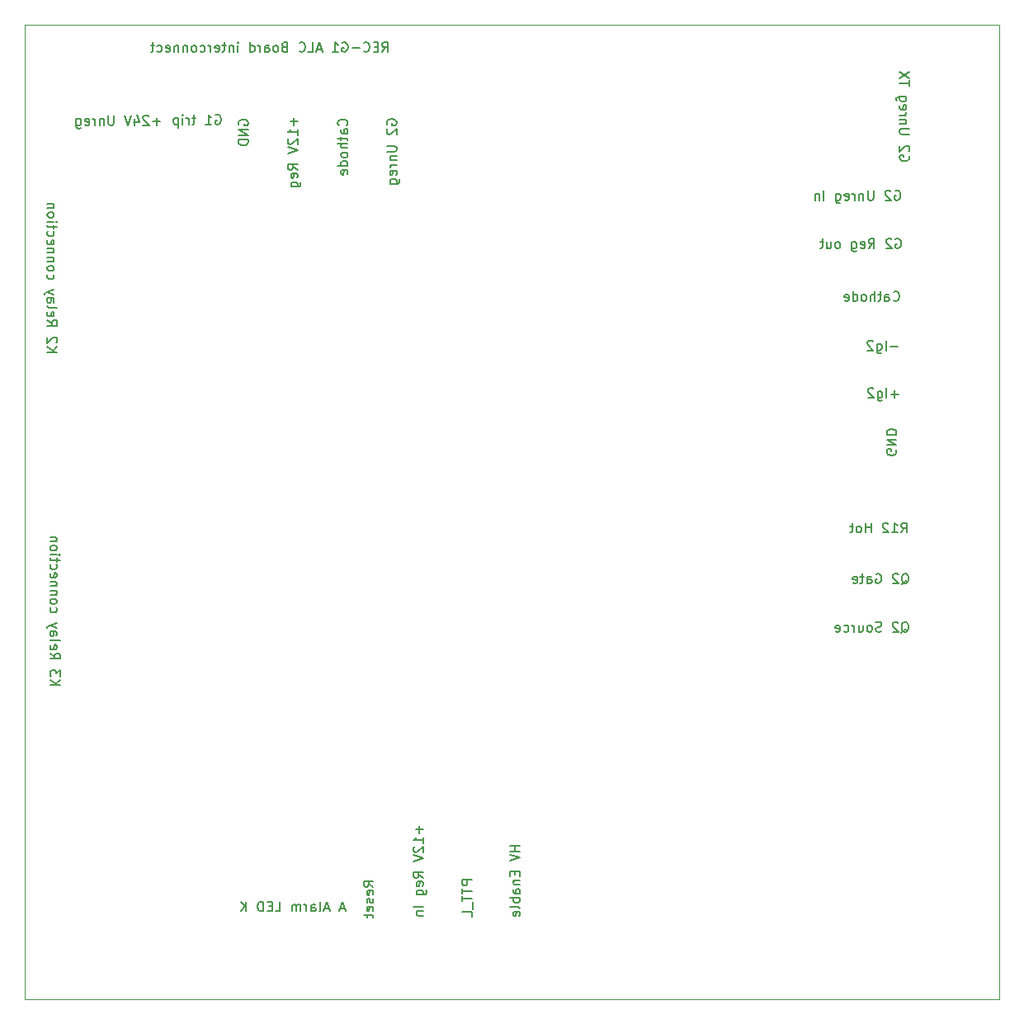
<source format=gbr>
%TF.GenerationSoftware,KiCad,Pcbnew,8.0.0*%
%TF.CreationDate,2024-02-29T13:53:57+01:00*%
%TF.ProjectId,G2-Control,47322d43-6f6e-4747-926f-6c2e6b696361,rev?*%
%TF.SameCoordinates,Original*%
%TF.FileFunction,Legend,Bot*%
%TF.FilePolarity,Positive*%
%FSLAX46Y46*%
G04 Gerber Fmt 4.6, Leading zero omitted, Abs format (unit mm)*
G04 Created by KiCad (PCBNEW 8.0.0) date 2024-02-29 13:53:57*
%MOMM*%
%LPD*%
G01*
G04 APERTURE LIST*
%ADD10C,0.150000*%
%TA.AperFunction,Profile*%
%ADD11C,0.100000*%
%TD*%
G04 APERTURE END LIST*
D10*
X169611433Y-73044935D02*
X168849529Y-73044935D01*
X168373338Y-73425888D02*
X168373338Y-72425888D01*
X167468577Y-72759221D02*
X167468577Y-73568745D01*
X167468577Y-73568745D02*
X167516196Y-73663983D01*
X167516196Y-73663983D02*
X167563815Y-73711602D01*
X167563815Y-73711602D02*
X167659053Y-73759221D01*
X167659053Y-73759221D02*
X167801910Y-73759221D01*
X167801910Y-73759221D02*
X167897148Y-73711602D01*
X167468577Y-73378269D02*
X167563815Y-73425888D01*
X167563815Y-73425888D02*
X167754291Y-73425888D01*
X167754291Y-73425888D02*
X167849529Y-73378269D01*
X167849529Y-73378269D02*
X167897148Y-73330649D01*
X167897148Y-73330649D02*
X167944767Y-73235411D01*
X167944767Y-73235411D02*
X167944767Y-72949697D01*
X167944767Y-72949697D02*
X167897148Y-72854459D01*
X167897148Y-72854459D02*
X167849529Y-72806840D01*
X167849529Y-72806840D02*
X167754291Y-72759221D01*
X167754291Y-72759221D02*
X167563815Y-72759221D01*
X167563815Y-72759221D02*
X167468577Y-72806840D01*
X167040005Y-72521126D02*
X166992386Y-72473507D01*
X166992386Y-72473507D02*
X166897148Y-72425888D01*
X166897148Y-72425888D02*
X166659053Y-72425888D01*
X166659053Y-72425888D02*
X166563815Y-72473507D01*
X166563815Y-72473507D02*
X166516196Y-72521126D01*
X166516196Y-72521126D02*
X166468577Y-72616364D01*
X166468577Y-72616364D02*
X166468577Y-72711602D01*
X166468577Y-72711602D02*
X166516196Y-72854459D01*
X166516196Y-72854459D02*
X167087624Y-73425888D01*
X167087624Y-73425888D02*
X166468577Y-73425888D01*
X169954767Y-102411126D02*
X170050005Y-102363507D01*
X170050005Y-102363507D02*
X170145243Y-102268269D01*
X170145243Y-102268269D02*
X170288100Y-102125411D01*
X170288100Y-102125411D02*
X170383338Y-102077792D01*
X170383338Y-102077792D02*
X170478576Y-102077792D01*
X170430957Y-102315888D02*
X170526195Y-102268269D01*
X170526195Y-102268269D02*
X170621433Y-102173030D01*
X170621433Y-102173030D02*
X170669052Y-101982554D01*
X170669052Y-101982554D02*
X170669052Y-101649221D01*
X170669052Y-101649221D02*
X170621433Y-101458745D01*
X170621433Y-101458745D02*
X170526195Y-101363507D01*
X170526195Y-101363507D02*
X170430957Y-101315888D01*
X170430957Y-101315888D02*
X170240481Y-101315888D01*
X170240481Y-101315888D02*
X170145243Y-101363507D01*
X170145243Y-101363507D02*
X170050005Y-101458745D01*
X170050005Y-101458745D02*
X170002386Y-101649221D01*
X170002386Y-101649221D02*
X170002386Y-101982554D01*
X170002386Y-101982554D02*
X170050005Y-102173030D01*
X170050005Y-102173030D02*
X170145243Y-102268269D01*
X170145243Y-102268269D02*
X170240481Y-102315888D01*
X170240481Y-102315888D02*
X170430957Y-102315888D01*
X169621433Y-101411126D02*
X169573814Y-101363507D01*
X169573814Y-101363507D02*
X169478576Y-101315888D01*
X169478576Y-101315888D02*
X169240481Y-101315888D01*
X169240481Y-101315888D02*
X169145243Y-101363507D01*
X169145243Y-101363507D02*
X169097624Y-101411126D01*
X169097624Y-101411126D02*
X169050005Y-101506364D01*
X169050005Y-101506364D02*
X169050005Y-101601602D01*
X169050005Y-101601602D02*
X169097624Y-101744459D01*
X169097624Y-101744459D02*
X169669052Y-102315888D01*
X169669052Y-102315888D02*
X169050005Y-102315888D01*
X167907147Y-102268269D02*
X167764290Y-102315888D01*
X167764290Y-102315888D02*
X167526195Y-102315888D01*
X167526195Y-102315888D02*
X167430957Y-102268269D01*
X167430957Y-102268269D02*
X167383338Y-102220649D01*
X167383338Y-102220649D02*
X167335719Y-102125411D01*
X167335719Y-102125411D02*
X167335719Y-102030173D01*
X167335719Y-102030173D02*
X167383338Y-101934935D01*
X167383338Y-101934935D02*
X167430957Y-101887316D01*
X167430957Y-101887316D02*
X167526195Y-101839697D01*
X167526195Y-101839697D02*
X167716671Y-101792078D01*
X167716671Y-101792078D02*
X167811909Y-101744459D01*
X167811909Y-101744459D02*
X167859528Y-101696840D01*
X167859528Y-101696840D02*
X167907147Y-101601602D01*
X167907147Y-101601602D02*
X167907147Y-101506364D01*
X167907147Y-101506364D02*
X167859528Y-101411126D01*
X167859528Y-101411126D02*
X167811909Y-101363507D01*
X167811909Y-101363507D02*
X167716671Y-101315888D01*
X167716671Y-101315888D02*
X167478576Y-101315888D01*
X167478576Y-101315888D02*
X167335719Y-101363507D01*
X166764290Y-102315888D02*
X166859528Y-102268269D01*
X166859528Y-102268269D02*
X166907147Y-102220649D01*
X166907147Y-102220649D02*
X166954766Y-102125411D01*
X166954766Y-102125411D02*
X166954766Y-101839697D01*
X166954766Y-101839697D02*
X166907147Y-101744459D01*
X166907147Y-101744459D02*
X166859528Y-101696840D01*
X166859528Y-101696840D02*
X166764290Y-101649221D01*
X166764290Y-101649221D02*
X166621433Y-101649221D01*
X166621433Y-101649221D02*
X166526195Y-101696840D01*
X166526195Y-101696840D02*
X166478576Y-101744459D01*
X166478576Y-101744459D02*
X166430957Y-101839697D01*
X166430957Y-101839697D02*
X166430957Y-102125411D01*
X166430957Y-102125411D02*
X166478576Y-102220649D01*
X166478576Y-102220649D02*
X166526195Y-102268269D01*
X166526195Y-102268269D02*
X166621433Y-102315888D01*
X166621433Y-102315888D02*
X166764290Y-102315888D01*
X165573814Y-101649221D02*
X165573814Y-102315888D01*
X166002385Y-101649221D02*
X166002385Y-102173030D01*
X166002385Y-102173030D02*
X165954766Y-102268269D01*
X165954766Y-102268269D02*
X165859528Y-102315888D01*
X165859528Y-102315888D02*
X165716671Y-102315888D01*
X165716671Y-102315888D02*
X165621433Y-102268269D01*
X165621433Y-102268269D02*
X165573814Y-102220649D01*
X165097623Y-102315888D02*
X165097623Y-101649221D01*
X165097623Y-101839697D02*
X165050004Y-101744459D01*
X165050004Y-101744459D02*
X165002385Y-101696840D01*
X165002385Y-101696840D02*
X164907147Y-101649221D01*
X164907147Y-101649221D02*
X164811909Y-101649221D01*
X164050004Y-102268269D02*
X164145242Y-102315888D01*
X164145242Y-102315888D02*
X164335718Y-102315888D01*
X164335718Y-102315888D02*
X164430956Y-102268269D01*
X164430956Y-102268269D02*
X164478575Y-102220649D01*
X164478575Y-102220649D02*
X164526194Y-102125411D01*
X164526194Y-102125411D02*
X164526194Y-101839697D01*
X164526194Y-101839697D02*
X164478575Y-101744459D01*
X164478575Y-101744459D02*
X164430956Y-101696840D01*
X164430956Y-101696840D02*
X164335718Y-101649221D01*
X164335718Y-101649221D02*
X164145242Y-101649221D01*
X164145242Y-101649221D02*
X164050004Y-101696840D01*
X163240480Y-102268269D02*
X163335718Y-102315888D01*
X163335718Y-102315888D02*
X163526194Y-102315888D01*
X163526194Y-102315888D02*
X163621432Y-102268269D01*
X163621432Y-102268269D02*
X163669051Y-102173030D01*
X163669051Y-102173030D02*
X163669051Y-101792078D01*
X163669051Y-101792078D02*
X163621432Y-101696840D01*
X163621432Y-101696840D02*
X163526194Y-101649221D01*
X163526194Y-101649221D02*
X163335718Y-101649221D01*
X163335718Y-101649221D02*
X163240480Y-101696840D01*
X163240480Y-101696840D02*
X163192861Y-101792078D01*
X163192861Y-101792078D02*
X163192861Y-101887316D01*
X163192861Y-101887316D02*
X163669051Y-101982554D01*
X169974767Y-97421126D02*
X170070005Y-97373507D01*
X170070005Y-97373507D02*
X170165243Y-97278269D01*
X170165243Y-97278269D02*
X170308100Y-97135411D01*
X170308100Y-97135411D02*
X170403338Y-97087792D01*
X170403338Y-97087792D02*
X170498576Y-97087792D01*
X170450957Y-97325888D02*
X170546195Y-97278269D01*
X170546195Y-97278269D02*
X170641433Y-97183030D01*
X170641433Y-97183030D02*
X170689052Y-96992554D01*
X170689052Y-96992554D02*
X170689052Y-96659221D01*
X170689052Y-96659221D02*
X170641433Y-96468745D01*
X170641433Y-96468745D02*
X170546195Y-96373507D01*
X170546195Y-96373507D02*
X170450957Y-96325888D01*
X170450957Y-96325888D02*
X170260481Y-96325888D01*
X170260481Y-96325888D02*
X170165243Y-96373507D01*
X170165243Y-96373507D02*
X170070005Y-96468745D01*
X170070005Y-96468745D02*
X170022386Y-96659221D01*
X170022386Y-96659221D02*
X170022386Y-96992554D01*
X170022386Y-96992554D02*
X170070005Y-97183030D01*
X170070005Y-97183030D02*
X170165243Y-97278269D01*
X170165243Y-97278269D02*
X170260481Y-97325888D01*
X170260481Y-97325888D02*
X170450957Y-97325888D01*
X169641433Y-96421126D02*
X169593814Y-96373507D01*
X169593814Y-96373507D02*
X169498576Y-96325888D01*
X169498576Y-96325888D02*
X169260481Y-96325888D01*
X169260481Y-96325888D02*
X169165243Y-96373507D01*
X169165243Y-96373507D02*
X169117624Y-96421126D01*
X169117624Y-96421126D02*
X169070005Y-96516364D01*
X169070005Y-96516364D02*
X169070005Y-96611602D01*
X169070005Y-96611602D02*
X169117624Y-96754459D01*
X169117624Y-96754459D02*
X169689052Y-97325888D01*
X169689052Y-97325888D02*
X169070005Y-97325888D01*
X167355719Y-96373507D02*
X167450957Y-96325888D01*
X167450957Y-96325888D02*
X167593814Y-96325888D01*
X167593814Y-96325888D02*
X167736671Y-96373507D01*
X167736671Y-96373507D02*
X167831909Y-96468745D01*
X167831909Y-96468745D02*
X167879528Y-96563983D01*
X167879528Y-96563983D02*
X167927147Y-96754459D01*
X167927147Y-96754459D02*
X167927147Y-96897316D01*
X167927147Y-96897316D02*
X167879528Y-97087792D01*
X167879528Y-97087792D02*
X167831909Y-97183030D01*
X167831909Y-97183030D02*
X167736671Y-97278269D01*
X167736671Y-97278269D02*
X167593814Y-97325888D01*
X167593814Y-97325888D02*
X167498576Y-97325888D01*
X167498576Y-97325888D02*
X167355719Y-97278269D01*
X167355719Y-97278269D02*
X167308100Y-97230649D01*
X167308100Y-97230649D02*
X167308100Y-96897316D01*
X167308100Y-96897316D02*
X167498576Y-96897316D01*
X166450957Y-97325888D02*
X166450957Y-96802078D01*
X166450957Y-96802078D02*
X166498576Y-96706840D01*
X166498576Y-96706840D02*
X166593814Y-96659221D01*
X166593814Y-96659221D02*
X166784290Y-96659221D01*
X166784290Y-96659221D02*
X166879528Y-96706840D01*
X166450957Y-97278269D02*
X166546195Y-97325888D01*
X166546195Y-97325888D02*
X166784290Y-97325888D01*
X166784290Y-97325888D02*
X166879528Y-97278269D01*
X166879528Y-97278269D02*
X166927147Y-97183030D01*
X166927147Y-97183030D02*
X166927147Y-97087792D01*
X166927147Y-97087792D02*
X166879528Y-96992554D01*
X166879528Y-96992554D02*
X166784290Y-96944935D01*
X166784290Y-96944935D02*
X166546195Y-96944935D01*
X166546195Y-96944935D02*
X166450957Y-96897316D01*
X166117623Y-96659221D02*
X165736671Y-96659221D01*
X165974766Y-96325888D02*
X165974766Y-97183030D01*
X165974766Y-97183030D02*
X165927147Y-97278269D01*
X165927147Y-97278269D02*
X165831909Y-97325888D01*
X165831909Y-97325888D02*
X165736671Y-97325888D01*
X165022385Y-97278269D02*
X165117623Y-97325888D01*
X165117623Y-97325888D02*
X165308099Y-97325888D01*
X165308099Y-97325888D02*
X165403337Y-97278269D01*
X165403337Y-97278269D02*
X165450956Y-97183030D01*
X165450956Y-97183030D02*
X165450956Y-96802078D01*
X165450956Y-96802078D02*
X165403337Y-96706840D01*
X165403337Y-96706840D02*
X165308099Y-96659221D01*
X165308099Y-96659221D02*
X165117623Y-96659221D01*
X165117623Y-96659221D02*
X165022385Y-96706840D01*
X165022385Y-96706840D02*
X164974766Y-96802078D01*
X164974766Y-96802078D02*
X164974766Y-96897316D01*
X164974766Y-96897316D02*
X165450956Y-96992554D01*
X130808032Y-124252848D02*
X129808032Y-124252848D01*
X130284222Y-124252848D02*
X130284222Y-124824276D01*
X130808032Y-124824276D02*
X129808032Y-124824276D01*
X129808032Y-125157610D02*
X130808032Y-125490943D01*
X130808032Y-125490943D02*
X129808032Y-125824276D01*
X130284222Y-126919515D02*
X130284222Y-127252848D01*
X130808032Y-127395705D02*
X130808032Y-126919515D01*
X130808032Y-126919515D02*
X129808032Y-126919515D01*
X129808032Y-126919515D02*
X129808032Y-127395705D01*
X130141365Y-127824277D02*
X130808032Y-127824277D01*
X130236603Y-127824277D02*
X130188984Y-127871896D01*
X130188984Y-127871896D02*
X130141365Y-127967134D01*
X130141365Y-127967134D02*
X130141365Y-128109991D01*
X130141365Y-128109991D02*
X130188984Y-128205229D01*
X130188984Y-128205229D02*
X130284222Y-128252848D01*
X130284222Y-128252848D02*
X130808032Y-128252848D01*
X130808032Y-129157610D02*
X130284222Y-129157610D01*
X130284222Y-129157610D02*
X130188984Y-129109991D01*
X130188984Y-129109991D02*
X130141365Y-129014753D01*
X130141365Y-129014753D02*
X130141365Y-128824277D01*
X130141365Y-128824277D02*
X130188984Y-128729039D01*
X130760413Y-129157610D02*
X130808032Y-129062372D01*
X130808032Y-129062372D02*
X130808032Y-128824277D01*
X130808032Y-128824277D02*
X130760413Y-128729039D01*
X130760413Y-128729039D02*
X130665174Y-128681420D01*
X130665174Y-128681420D02*
X130569936Y-128681420D01*
X130569936Y-128681420D02*
X130474698Y-128729039D01*
X130474698Y-128729039D02*
X130427079Y-128824277D01*
X130427079Y-128824277D02*
X130427079Y-129062372D01*
X130427079Y-129062372D02*
X130379460Y-129157610D01*
X130808032Y-129633801D02*
X129808032Y-129633801D01*
X130188984Y-129633801D02*
X130141365Y-129729039D01*
X130141365Y-129729039D02*
X130141365Y-129919515D01*
X130141365Y-129919515D02*
X130188984Y-130014753D01*
X130188984Y-130014753D02*
X130236603Y-130062372D01*
X130236603Y-130062372D02*
X130331841Y-130109991D01*
X130331841Y-130109991D02*
X130617555Y-130109991D01*
X130617555Y-130109991D02*
X130712793Y-130062372D01*
X130712793Y-130062372D02*
X130760413Y-130014753D01*
X130760413Y-130014753D02*
X130808032Y-129919515D01*
X130808032Y-129919515D02*
X130808032Y-129729039D01*
X130808032Y-129729039D02*
X130760413Y-129633801D01*
X130808032Y-130681420D02*
X130760413Y-130586182D01*
X130760413Y-130586182D02*
X130665174Y-130538563D01*
X130665174Y-130538563D02*
X129808032Y-130538563D01*
X130760413Y-131443325D02*
X130808032Y-131348087D01*
X130808032Y-131348087D02*
X130808032Y-131157611D01*
X130808032Y-131157611D02*
X130760413Y-131062373D01*
X130760413Y-131062373D02*
X130665174Y-131014754D01*
X130665174Y-131014754D02*
X130284222Y-131014754D01*
X130284222Y-131014754D02*
X130188984Y-131062373D01*
X130188984Y-131062373D02*
X130141365Y-131157611D01*
X130141365Y-131157611D02*
X130141365Y-131348087D01*
X130141365Y-131348087D02*
X130188984Y-131443325D01*
X130188984Y-131443325D02*
X130284222Y-131490944D01*
X130284222Y-131490944D02*
X130379460Y-131490944D01*
X130379460Y-131490944D02*
X130474698Y-131014754D01*
X120507079Y-122232848D02*
X120507079Y-122994753D01*
X120888032Y-122613800D02*
X120126127Y-122613800D01*
X120888032Y-123994752D02*
X120888032Y-123423324D01*
X120888032Y-123709038D02*
X119888032Y-123709038D01*
X119888032Y-123709038D02*
X120030889Y-123613800D01*
X120030889Y-123613800D02*
X120126127Y-123518562D01*
X120126127Y-123518562D02*
X120173746Y-123423324D01*
X119983270Y-124375705D02*
X119935651Y-124423324D01*
X119935651Y-124423324D02*
X119888032Y-124518562D01*
X119888032Y-124518562D02*
X119888032Y-124756657D01*
X119888032Y-124756657D02*
X119935651Y-124851895D01*
X119935651Y-124851895D02*
X119983270Y-124899514D01*
X119983270Y-124899514D02*
X120078508Y-124947133D01*
X120078508Y-124947133D02*
X120173746Y-124947133D01*
X120173746Y-124947133D02*
X120316603Y-124899514D01*
X120316603Y-124899514D02*
X120888032Y-124328086D01*
X120888032Y-124328086D02*
X120888032Y-124947133D01*
X119888032Y-125232848D02*
X120888032Y-125566181D01*
X120888032Y-125566181D02*
X119888032Y-125899514D01*
X120888032Y-127566181D02*
X120411841Y-127232848D01*
X120888032Y-126994753D02*
X119888032Y-126994753D01*
X119888032Y-126994753D02*
X119888032Y-127375705D01*
X119888032Y-127375705D02*
X119935651Y-127470943D01*
X119935651Y-127470943D02*
X119983270Y-127518562D01*
X119983270Y-127518562D02*
X120078508Y-127566181D01*
X120078508Y-127566181D02*
X120221365Y-127566181D01*
X120221365Y-127566181D02*
X120316603Y-127518562D01*
X120316603Y-127518562D02*
X120364222Y-127470943D01*
X120364222Y-127470943D02*
X120411841Y-127375705D01*
X120411841Y-127375705D02*
X120411841Y-126994753D01*
X120840413Y-128375705D02*
X120888032Y-128280467D01*
X120888032Y-128280467D02*
X120888032Y-128089991D01*
X120888032Y-128089991D02*
X120840413Y-127994753D01*
X120840413Y-127994753D02*
X120745174Y-127947134D01*
X120745174Y-127947134D02*
X120364222Y-127947134D01*
X120364222Y-127947134D02*
X120268984Y-127994753D01*
X120268984Y-127994753D02*
X120221365Y-128089991D01*
X120221365Y-128089991D02*
X120221365Y-128280467D01*
X120221365Y-128280467D02*
X120268984Y-128375705D01*
X120268984Y-128375705D02*
X120364222Y-128423324D01*
X120364222Y-128423324D02*
X120459460Y-128423324D01*
X120459460Y-128423324D02*
X120554698Y-127947134D01*
X120221365Y-129280467D02*
X121030889Y-129280467D01*
X121030889Y-129280467D02*
X121126127Y-129232848D01*
X121126127Y-129232848D02*
X121173746Y-129185229D01*
X121173746Y-129185229D02*
X121221365Y-129089991D01*
X121221365Y-129089991D02*
X121221365Y-128947134D01*
X121221365Y-128947134D02*
X121173746Y-128851896D01*
X120840413Y-129280467D02*
X120888032Y-129185229D01*
X120888032Y-129185229D02*
X120888032Y-128994753D01*
X120888032Y-128994753D02*
X120840413Y-128899515D01*
X120840413Y-128899515D02*
X120792793Y-128851896D01*
X120792793Y-128851896D02*
X120697555Y-128804277D01*
X120697555Y-128804277D02*
X120411841Y-128804277D01*
X120411841Y-128804277D02*
X120316603Y-128851896D01*
X120316603Y-128851896D02*
X120268984Y-128899515D01*
X120268984Y-128899515D02*
X120221365Y-128994753D01*
X120221365Y-128994753D02*
X120221365Y-129185229D01*
X120221365Y-129185229D02*
X120268984Y-129280467D01*
X120888032Y-130518563D02*
X119888032Y-130518563D01*
X120221365Y-130994753D02*
X120888032Y-130994753D01*
X120316603Y-130994753D02*
X120268984Y-131042372D01*
X120268984Y-131042372D02*
X120221365Y-131137610D01*
X120221365Y-131137610D02*
X120221365Y-131280467D01*
X120221365Y-131280467D02*
X120268984Y-131375705D01*
X120268984Y-131375705D02*
X120364222Y-131423324D01*
X120364222Y-131423324D02*
X120888032Y-131423324D01*
X115778032Y-128464276D02*
X115301841Y-128130943D01*
X115778032Y-127892848D02*
X114778032Y-127892848D01*
X114778032Y-127892848D02*
X114778032Y-128273800D01*
X114778032Y-128273800D02*
X114825651Y-128369038D01*
X114825651Y-128369038D02*
X114873270Y-128416657D01*
X114873270Y-128416657D02*
X114968508Y-128464276D01*
X114968508Y-128464276D02*
X115111365Y-128464276D01*
X115111365Y-128464276D02*
X115206603Y-128416657D01*
X115206603Y-128416657D02*
X115254222Y-128369038D01*
X115254222Y-128369038D02*
X115301841Y-128273800D01*
X115301841Y-128273800D02*
X115301841Y-127892848D01*
X115730413Y-129273800D02*
X115778032Y-129178562D01*
X115778032Y-129178562D02*
X115778032Y-128988086D01*
X115778032Y-128988086D02*
X115730413Y-128892848D01*
X115730413Y-128892848D02*
X115635174Y-128845229D01*
X115635174Y-128845229D02*
X115254222Y-128845229D01*
X115254222Y-128845229D02*
X115158984Y-128892848D01*
X115158984Y-128892848D02*
X115111365Y-128988086D01*
X115111365Y-128988086D02*
X115111365Y-129178562D01*
X115111365Y-129178562D02*
X115158984Y-129273800D01*
X115158984Y-129273800D02*
X115254222Y-129321419D01*
X115254222Y-129321419D02*
X115349460Y-129321419D01*
X115349460Y-129321419D02*
X115444698Y-128845229D01*
X115730413Y-129702372D02*
X115778032Y-129797610D01*
X115778032Y-129797610D02*
X115778032Y-129988086D01*
X115778032Y-129988086D02*
X115730413Y-130083324D01*
X115730413Y-130083324D02*
X115635174Y-130130943D01*
X115635174Y-130130943D02*
X115587555Y-130130943D01*
X115587555Y-130130943D02*
X115492317Y-130083324D01*
X115492317Y-130083324D02*
X115444698Y-129988086D01*
X115444698Y-129988086D02*
X115444698Y-129845229D01*
X115444698Y-129845229D02*
X115397079Y-129749991D01*
X115397079Y-129749991D02*
X115301841Y-129702372D01*
X115301841Y-129702372D02*
X115254222Y-129702372D01*
X115254222Y-129702372D02*
X115158984Y-129749991D01*
X115158984Y-129749991D02*
X115111365Y-129845229D01*
X115111365Y-129845229D02*
X115111365Y-129988086D01*
X115111365Y-129988086D02*
X115158984Y-130083324D01*
X115730413Y-130940467D02*
X115778032Y-130845229D01*
X115778032Y-130845229D02*
X115778032Y-130654753D01*
X115778032Y-130654753D02*
X115730413Y-130559515D01*
X115730413Y-130559515D02*
X115635174Y-130511896D01*
X115635174Y-130511896D02*
X115254222Y-130511896D01*
X115254222Y-130511896D02*
X115158984Y-130559515D01*
X115158984Y-130559515D02*
X115111365Y-130654753D01*
X115111365Y-130654753D02*
X115111365Y-130845229D01*
X115111365Y-130845229D02*
X115158984Y-130940467D01*
X115158984Y-130940467D02*
X115254222Y-130988086D01*
X115254222Y-130988086D02*
X115349460Y-130988086D01*
X115349460Y-130988086D02*
X115444698Y-130511896D01*
X115111365Y-131273801D02*
X115111365Y-131654753D01*
X114778032Y-131416658D02*
X115635174Y-131416658D01*
X115635174Y-131416658D02*
X115730413Y-131464277D01*
X115730413Y-131464277D02*
X115778032Y-131559515D01*
X115778032Y-131559515D02*
X115778032Y-131654753D01*
X125898032Y-127772848D02*
X124898032Y-127772848D01*
X124898032Y-127772848D02*
X124898032Y-128153800D01*
X124898032Y-128153800D02*
X124945651Y-128249038D01*
X124945651Y-128249038D02*
X124993270Y-128296657D01*
X124993270Y-128296657D02*
X125088508Y-128344276D01*
X125088508Y-128344276D02*
X125231365Y-128344276D01*
X125231365Y-128344276D02*
X125326603Y-128296657D01*
X125326603Y-128296657D02*
X125374222Y-128249038D01*
X125374222Y-128249038D02*
X125421841Y-128153800D01*
X125421841Y-128153800D02*
X125421841Y-127772848D01*
X124898032Y-128629991D02*
X124898032Y-129201419D01*
X125898032Y-128915705D02*
X124898032Y-128915705D01*
X124898032Y-129391896D02*
X124898032Y-129963324D01*
X125898032Y-129677610D02*
X124898032Y-129677610D01*
X125993270Y-130058563D02*
X125993270Y-130820467D01*
X125898032Y-131534753D02*
X125898032Y-131058563D01*
X125898032Y-131058563D02*
X124898032Y-131058563D01*
X107617079Y-49582848D02*
X107617079Y-50344753D01*
X107998032Y-49963800D02*
X107236127Y-49963800D01*
X107998032Y-51344752D02*
X107998032Y-50773324D01*
X107998032Y-51059038D02*
X106998032Y-51059038D01*
X106998032Y-51059038D02*
X107140889Y-50963800D01*
X107140889Y-50963800D02*
X107236127Y-50868562D01*
X107236127Y-50868562D02*
X107283746Y-50773324D01*
X107093270Y-51725705D02*
X107045651Y-51773324D01*
X107045651Y-51773324D02*
X106998032Y-51868562D01*
X106998032Y-51868562D02*
X106998032Y-52106657D01*
X106998032Y-52106657D02*
X107045651Y-52201895D01*
X107045651Y-52201895D02*
X107093270Y-52249514D01*
X107093270Y-52249514D02*
X107188508Y-52297133D01*
X107188508Y-52297133D02*
X107283746Y-52297133D01*
X107283746Y-52297133D02*
X107426603Y-52249514D01*
X107426603Y-52249514D02*
X107998032Y-51678086D01*
X107998032Y-51678086D02*
X107998032Y-52297133D01*
X106998032Y-52582848D02*
X107998032Y-52916181D01*
X107998032Y-52916181D02*
X106998032Y-53249514D01*
X107998032Y-54916181D02*
X107521841Y-54582848D01*
X107998032Y-54344753D02*
X106998032Y-54344753D01*
X106998032Y-54344753D02*
X106998032Y-54725705D01*
X106998032Y-54725705D02*
X107045651Y-54820943D01*
X107045651Y-54820943D02*
X107093270Y-54868562D01*
X107093270Y-54868562D02*
X107188508Y-54916181D01*
X107188508Y-54916181D02*
X107331365Y-54916181D01*
X107331365Y-54916181D02*
X107426603Y-54868562D01*
X107426603Y-54868562D02*
X107474222Y-54820943D01*
X107474222Y-54820943D02*
X107521841Y-54725705D01*
X107521841Y-54725705D02*
X107521841Y-54344753D01*
X107950413Y-55725705D02*
X107998032Y-55630467D01*
X107998032Y-55630467D02*
X107998032Y-55439991D01*
X107998032Y-55439991D02*
X107950413Y-55344753D01*
X107950413Y-55344753D02*
X107855174Y-55297134D01*
X107855174Y-55297134D02*
X107474222Y-55297134D01*
X107474222Y-55297134D02*
X107378984Y-55344753D01*
X107378984Y-55344753D02*
X107331365Y-55439991D01*
X107331365Y-55439991D02*
X107331365Y-55630467D01*
X107331365Y-55630467D02*
X107378984Y-55725705D01*
X107378984Y-55725705D02*
X107474222Y-55773324D01*
X107474222Y-55773324D02*
X107569460Y-55773324D01*
X107569460Y-55773324D02*
X107664698Y-55297134D01*
X107331365Y-56630467D02*
X108140889Y-56630467D01*
X108140889Y-56630467D02*
X108236127Y-56582848D01*
X108236127Y-56582848D02*
X108283746Y-56535229D01*
X108283746Y-56535229D02*
X108331365Y-56439991D01*
X108331365Y-56439991D02*
X108331365Y-56297134D01*
X108331365Y-56297134D02*
X108283746Y-56201896D01*
X107950413Y-56630467D02*
X107998032Y-56535229D01*
X107998032Y-56535229D02*
X107998032Y-56344753D01*
X107998032Y-56344753D02*
X107950413Y-56249515D01*
X107950413Y-56249515D02*
X107902793Y-56201896D01*
X107902793Y-56201896D02*
X107807555Y-56154277D01*
X107807555Y-56154277D02*
X107521841Y-56154277D01*
X107521841Y-56154277D02*
X107426603Y-56201896D01*
X107426603Y-56201896D02*
X107378984Y-56249515D01*
X107378984Y-56249515D02*
X107331365Y-56344753D01*
X107331365Y-56344753D02*
X107331365Y-56535229D01*
X107331365Y-56535229D02*
X107378984Y-56630467D01*
X169130005Y-68270649D02*
X169177624Y-68318269D01*
X169177624Y-68318269D02*
X169320481Y-68365888D01*
X169320481Y-68365888D02*
X169415719Y-68365888D01*
X169415719Y-68365888D02*
X169558576Y-68318269D01*
X169558576Y-68318269D02*
X169653814Y-68223030D01*
X169653814Y-68223030D02*
X169701433Y-68127792D01*
X169701433Y-68127792D02*
X169749052Y-67937316D01*
X169749052Y-67937316D02*
X169749052Y-67794459D01*
X169749052Y-67794459D02*
X169701433Y-67603983D01*
X169701433Y-67603983D02*
X169653814Y-67508745D01*
X169653814Y-67508745D02*
X169558576Y-67413507D01*
X169558576Y-67413507D02*
X169415719Y-67365888D01*
X169415719Y-67365888D02*
X169320481Y-67365888D01*
X169320481Y-67365888D02*
X169177624Y-67413507D01*
X169177624Y-67413507D02*
X169130005Y-67461126D01*
X168272862Y-68365888D02*
X168272862Y-67842078D01*
X168272862Y-67842078D02*
X168320481Y-67746840D01*
X168320481Y-67746840D02*
X168415719Y-67699221D01*
X168415719Y-67699221D02*
X168606195Y-67699221D01*
X168606195Y-67699221D02*
X168701433Y-67746840D01*
X168272862Y-68318269D02*
X168368100Y-68365888D01*
X168368100Y-68365888D02*
X168606195Y-68365888D01*
X168606195Y-68365888D02*
X168701433Y-68318269D01*
X168701433Y-68318269D02*
X168749052Y-68223030D01*
X168749052Y-68223030D02*
X168749052Y-68127792D01*
X168749052Y-68127792D02*
X168701433Y-68032554D01*
X168701433Y-68032554D02*
X168606195Y-67984935D01*
X168606195Y-67984935D02*
X168368100Y-67984935D01*
X168368100Y-67984935D02*
X168272862Y-67937316D01*
X167939528Y-67699221D02*
X167558576Y-67699221D01*
X167796671Y-67365888D02*
X167796671Y-68223030D01*
X167796671Y-68223030D02*
X167749052Y-68318269D01*
X167749052Y-68318269D02*
X167653814Y-68365888D01*
X167653814Y-68365888D02*
X167558576Y-68365888D01*
X167225242Y-68365888D02*
X167225242Y-67365888D01*
X166796671Y-68365888D02*
X166796671Y-67842078D01*
X166796671Y-67842078D02*
X166844290Y-67746840D01*
X166844290Y-67746840D02*
X166939528Y-67699221D01*
X166939528Y-67699221D02*
X167082385Y-67699221D01*
X167082385Y-67699221D02*
X167177623Y-67746840D01*
X167177623Y-67746840D02*
X167225242Y-67794459D01*
X166177623Y-68365888D02*
X166272861Y-68318269D01*
X166272861Y-68318269D02*
X166320480Y-68270649D01*
X166320480Y-68270649D02*
X166368099Y-68175411D01*
X166368099Y-68175411D02*
X166368099Y-67889697D01*
X166368099Y-67889697D02*
X166320480Y-67794459D01*
X166320480Y-67794459D02*
X166272861Y-67746840D01*
X166272861Y-67746840D02*
X166177623Y-67699221D01*
X166177623Y-67699221D02*
X166034766Y-67699221D01*
X166034766Y-67699221D02*
X165939528Y-67746840D01*
X165939528Y-67746840D02*
X165891909Y-67794459D01*
X165891909Y-67794459D02*
X165844290Y-67889697D01*
X165844290Y-67889697D02*
X165844290Y-68175411D01*
X165844290Y-68175411D02*
X165891909Y-68270649D01*
X165891909Y-68270649D02*
X165939528Y-68318269D01*
X165939528Y-68318269D02*
X166034766Y-68365888D01*
X166034766Y-68365888D02*
X166177623Y-68365888D01*
X164987147Y-68365888D02*
X164987147Y-67365888D01*
X164987147Y-68318269D02*
X165082385Y-68365888D01*
X165082385Y-68365888D02*
X165272861Y-68365888D01*
X165272861Y-68365888D02*
X165368099Y-68318269D01*
X165368099Y-68318269D02*
X165415718Y-68270649D01*
X165415718Y-68270649D02*
X165463337Y-68175411D01*
X165463337Y-68175411D02*
X165463337Y-67889697D01*
X165463337Y-67889697D02*
X165415718Y-67794459D01*
X165415718Y-67794459D02*
X165368099Y-67746840D01*
X165368099Y-67746840D02*
X165272861Y-67699221D01*
X165272861Y-67699221D02*
X165082385Y-67699221D01*
X165082385Y-67699221D02*
X164987147Y-67746840D01*
X164130004Y-68318269D02*
X164225242Y-68365888D01*
X164225242Y-68365888D02*
X164415718Y-68365888D01*
X164415718Y-68365888D02*
X164510956Y-68318269D01*
X164510956Y-68318269D02*
X164558575Y-68223030D01*
X164558575Y-68223030D02*
X164558575Y-67842078D01*
X164558575Y-67842078D02*
X164510956Y-67746840D01*
X164510956Y-67746840D02*
X164415718Y-67699221D01*
X164415718Y-67699221D02*
X164225242Y-67699221D01*
X164225242Y-67699221D02*
X164130004Y-67746840D01*
X164130004Y-67746840D02*
X164082385Y-67842078D01*
X164082385Y-67842078D02*
X164082385Y-67937316D01*
X164082385Y-67937316D02*
X164558575Y-68032554D01*
X169410774Y-83625480D02*
X169458393Y-83720718D01*
X169458393Y-83720718D02*
X169458393Y-83863575D01*
X169458393Y-83863575D02*
X169410774Y-84006432D01*
X169410774Y-84006432D02*
X169315536Y-84101670D01*
X169315536Y-84101670D02*
X169220298Y-84149289D01*
X169220298Y-84149289D02*
X169029822Y-84196908D01*
X169029822Y-84196908D02*
X168886965Y-84196908D01*
X168886965Y-84196908D02*
X168696489Y-84149289D01*
X168696489Y-84149289D02*
X168601251Y-84101670D01*
X168601251Y-84101670D02*
X168506013Y-84006432D01*
X168506013Y-84006432D02*
X168458393Y-83863575D01*
X168458393Y-83863575D02*
X168458393Y-83768337D01*
X168458393Y-83768337D02*
X168506013Y-83625480D01*
X168506013Y-83625480D02*
X168553632Y-83577861D01*
X168553632Y-83577861D02*
X168886965Y-83577861D01*
X168886965Y-83577861D02*
X168886965Y-83768337D01*
X168458393Y-83149289D02*
X169458393Y-83149289D01*
X169458393Y-83149289D02*
X168458393Y-82577861D01*
X168458393Y-82577861D02*
X169458393Y-82577861D01*
X168458393Y-82101670D02*
X169458393Y-82101670D01*
X169458393Y-82101670D02*
X169458393Y-81863575D01*
X169458393Y-81863575D02*
X169410774Y-81720718D01*
X169410774Y-81720718D02*
X169315536Y-81625480D01*
X169315536Y-81625480D02*
X169220298Y-81577861D01*
X169220298Y-81577861D02*
X169029822Y-81530242D01*
X169029822Y-81530242D02*
X168886965Y-81530242D01*
X168886965Y-81530242D02*
X168696489Y-81577861D01*
X168696489Y-81577861D02*
X168601251Y-81625480D01*
X168601251Y-81625480D02*
X168506013Y-81720718D01*
X168506013Y-81720718D02*
X168458393Y-81863575D01*
X168458393Y-81863575D02*
X168458393Y-82101670D01*
X101975651Y-50296657D02*
X101928032Y-50201419D01*
X101928032Y-50201419D02*
X101928032Y-50058562D01*
X101928032Y-50058562D02*
X101975651Y-49915705D01*
X101975651Y-49915705D02*
X102070889Y-49820467D01*
X102070889Y-49820467D02*
X102166127Y-49772848D01*
X102166127Y-49772848D02*
X102356603Y-49725229D01*
X102356603Y-49725229D02*
X102499460Y-49725229D01*
X102499460Y-49725229D02*
X102689936Y-49772848D01*
X102689936Y-49772848D02*
X102785174Y-49820467D01*
X102785174Y-49820467D02*
X102880413Y-49915705D01*
X102880413Y-49915705D02*
X102928032Y-50058562D01*
X102928032Y-50058562D02*
X102928032Y-50153800D01*
X102928032Y-50153800D02*
X102880413Y-50296657D01*
X102880413Y-50296657D02*
X102832793Y-50344276D01*
X102832793Y-50344276D02*
X102499460Y-50344276D01*
X102499460Y-50344276D02*
X102499460Y-50153800D01*
X102928032Y-50772848D02*
X101928032Y-50772848D01*
X101928032Y-50772848D02*
X102928032Y-51344276D01*
X102928032Y-51344276D02*
X101928032Y-51344276D01*
X102928032Y-51820467D02*
X101928032Y-51820467D01*
X101928032Y-51820467D02*
X101928032Y-52058562D01*
X101928032Y-52058562D02*
X101975651Y-52201419D01*
X101975651Y-52201419D02*
X102070889Y-52296657D01*
X102070889Y-52296657D02*
X102166127Y-52344276D01*
X102166127Y-52344276D02*
X102356603Y-52391895D01*
X102356603Y-52391895D02*
X102499460Y-52391895D01*
X102499460Y-52391895D02*
X102689936Y-52344276D01*
X102689936Y-52344276D02*
X102785174Y-52296657D01*
X102785174Y-52296657D02*
X102880413Y-52201419D01*
X102880413Y-52201419D02*
X102928032Y-52058562D01*
X102928032Y-52058562D02*
X102928032Y-51820467D01*
X82338393Y-73609289D02*
X83338393Y-73609289D01*
X82338393Y-73037861D02*
X82909822Y-73466432D01*
X83338393Y-73037861D02*
X82766965Y-73609289D01*
X83243155Y-72656908D02*
X83290774Y-72609289D01*
X83290774Y-72609289D02*
X83338393Y-72514051D01*
X83338393Y-72514051D02*
X83338393Y-72275956D01*
X83338393Y-72275956D02*
X83290774Y-72180718D01*
X83290774Y-72180718D02*
X83243155Y-72133099D01*
X83243155Y-72133099D02*
X83147917Y-72085480D01*
X83147917Y-72085480D02*
X83052679Y-72085480D01*
X83052679Y-72085480D02*
X82909822Y-72133099D01*
X82909822Y-72133099D02*
X82338393Y-72704527D01*
X82338393Y-72704527D02*
X82338393Y-72085480D01*
X82338393Y-70323575D02*
X82814584Y-70656908D01*
X82338393Y-70895003D02*
X83338393Y-70895003D01*
X83338393Y-70895003D02*
X83338393Y-70514051D01*
X83338393Y-70514051D02*
X83290774Y-70418813D01*
X83290774Y-70418813D02*
X83243155Y-70371194D01*
X83243155Y-70371194D02*
X83147917Y-70323575D01*
X83147917Y-70323575D02*
X83005060Y-70323575D01*
X83005060Y-70323575D02*
X82909822Y-70371194D01*
X82909822Y-70371194D02*
X82862203Y-70418813D01*
X82862203Y-70418813D02*
X82814584Y-70514051D01*
X82814584Y-70514051D02*
X82814584Y-70895003D01*
X82386013Y-69514051D02*
X82338393Y-69609289D01*
X82338393Y-69609289D02*
X82338393Y-69799765D01*
X82338393Y-69799765D02*
X82386013Y-69895003D01*
X82386013Y-69895003D02*
X82481251Y-69942622D01*
X82481251Y-69942622D02*
X82862203Y-69942622D01*
X82862203Y-69942622D02*
X82957441Y-69895003D01*
X82957441Y-69895003D02*
X83005060Y-69799765D01*
X83005060Y-69799765D02*
X83005060Y-69609289D01*
X83005060Y-69609289D02*
X82957441Y-69514051D01*
X82957441Y-69514051D02*
X82862203Y-69466432D01*
X82862203Y-69466432D02*
X82766965Y-69466432D01*
X82766965Y-69466432D02*
X82671727Y-69942622D01*
X82338393Y-68895003D02*
X82386013Y-68990241D01*
X82386013Y-68990241D02*
X82481251Y-69037860D01*
X82481251Y-69037860D02*
X83338393Y-69037860D01*
X82338393Y-68085479D02*
X82862203Y-68085479D01*
X82862203Y-68085479D02*
X82957441Y-68133098D01*
X82957441Y-68133098D02*
X83005060Y-68228336D01*
X83005060Y-68228336D02*
X83005060Y-68418812D01*
X83005060Y-68418812D02*
X82957441Y-68514050D01*
X82386013Y-68085479D02*
X82338393Y-68180717D01*
X82338393Y-68180717D02*
X82338393Y-68418812D01*
X82338393Y-68418812D02*
X82386013Y-68514050D01*
X82386013Y-68514050D02*
X82481251Y-68561669D01*
X82481251Y-68561669D02*
X82576489Y-68561669D01*
X82576489Y-68561669D02*
X82671727Y-68514050D01*
X82671727Y-68514050D02*
X82719346Y-68418812D01*
X82719346Y-68418812D02*
X82719346Y-68180717D01*
X82719346Y-68180717D02*
X82766965Y-68085479D01*
X83005060Y-67704526D02*
X82338393Y-67466431D01*
X83005060Y-67228336D02*
X82338393Y-67466431D01*
X82338393Y-67466431D02*
X82100298Y-67561669D01*
X82100298Y-67561669D02*
X82052679Y-67609288D01*
X82052679Y-67609288D02*
X82005060Y-67704526D01*
X82386013Y-65656907D02*
X82338393Y-65752145D01*
X82338393Y-65752145D02*
X82338393Y-65942621D01*
X82338393Y-65942621D02*
X82386013Y-66037859D01*
X82386013Y-66037859D02*
X82433632Y-66085478D01*
X82433632Y-66085478D02*
X82528870Y-66133097D01*
X82528870Y-66133097D02*
X82814584Y-66133097D01*
X82814584Y-66133097D02*
X82909822Y-66085478D01*
X82909822Y-66085478D02*
X82957441Y-66037859D01*
X82957441Y-66037859D02*
X83005060Y-65942621D01*
X83005060Y-65942621D02*
X83005060Y-65752145D01*
X83005060Y-65752145D02*
X82957441Y-65656907D01*
X82338393Y-65085478D02*
X82386013Y-65180716D01*
X82386013Y-65180716D02*
X82433632Y-65228335D01*
X82433632Y-65228335D02*
X82528870Y-65275954D01*
X82528870Y-65275954D02*
X82814584Y-65275954D01*
X82814584Y-65275954D02*
X82909822Y-65228335D01*
X82909822Y-65228335D02*
X82957441Y-65180716D01*
X82957441Y-65180716D02*
X83005060Y-65085478D01*
X83005060Y-65085478D02*
X83005060Y-64942621D01*
X83005060Y-64942621D02*
X82957441Y-64847383D01*
X82957441Y-64847383D02*
X82909822Y-64799764D01*
X82909822Y-64799764D02*
X82814584Y-64752145D01*
X82814584Y-64752145D02*
X82528870Y-64752145D01*
X82528870Y-64752145D02*
X82433632Y-64799764D01*
X82433632Y-64799764D02*
X82386013Y-64847383D01*
X82386013Y-64847383D02*
X82338393Y-64942621D01*
X82338393Y-64942621D02*
X82338393Y-65085478D01*
X83005060Y-64323573D02*
X82338393Y-64323573D01*
X82909822Y-64323573D02*
X82957441Y-64275954D01*
X82957441Y-64275954D02*
X83005060Y-64180716D01*
X83005060Y-64180716D02*
X83005060Y-64037859D01*
X83005060Y-64037859D02*
X82957441Y-63942621D01*
X82957441Y-63942621D02*
X82862203Y-63895002D01*
X82862203Y-63895002D02*
X82338393Y-63895002D01*
X83005060Y-63418811D02*
X82338393Y-63418811D01*
X82909822Y-63418811D02*
X82957441Y-63371192D01*
X82957441Y-63371192D02*
X83005060Y-63275954D01*
X83005060Y-63275954D02*
X83005060Y-63133097D01*
X83005060Y-63133097D02*
X82957441Y-63037859D01*
X82957441Y-63037859D02*
X82862203Y-62990240D01*
X82862203Y-62990240D02*
X82338393Y-62990240D01*
X82386013Y-62133097D02*
X82338393Y-62228335D01*
X82338393Y-62228335D02*
X82338393Y-62418811D01*
X82338393Y-62418811D02*
X82386013Y-62514049D01*
X82386013Y-62514049D02*
X82481251Y-62561668D01*
X82481251Y-62561668D02*
X82862203Y-62561668D01*
X82862203Y-62561668D02*
X82957441Y-62514049D01*
X82957441Y-62514049D02*
X83005060Y-62418811D01*
X83005060Y-62418811D02*
X83005060Y-62228335D01*
X83005060Y-62228335D02*
X82957441Y-62133097D01*
X82957441Y-62133097D02*
X82862203Y-62085478D01*
X82862203Y-62085478D02*
X82766965Y-62085478D01*
X82766965Y-62085478D02*
X82671727Y-62561668D01*
X82386013Y-61228335D02*
X82338393Y-61323573D01*
X82338393Y-61323573D02*
X82338393Y-61514049D01*
X82338393Y-61514049D02*
X82386013Y-61609287D01*
X82386013Y-61609287D02*
X82433632Y-61656906D01*
X82433632Y-61656906D02*
X82528870Y-61704525D01*
X82528870Y-61704525D02*
X82814584Y-61704525D01*
X82814584Y-61704525D02*
X82909822Y-61656906D01*
X82909822Y-61656906D02*
X82957441Y-61609287D01*
X82957441Y-61609287D02*
X83005060Y-61514049D01*
X83005060Y-61514049D02*
X83005060Y-61323573D01*
X83005060Y-61323573D02*
X82957441Y-61228335D01*
X83005060Y-60942620D02*
X83005060Y-60561668D01*
X83338393Y-60799763D02*
X82481251Y-60799763D01*
X82481251Y-60799763D02*
X82386013Y-60752144D01*
X82386013Y-60752144D02*
X82338393Y-60656906D01*
X82338393Y-60656906D02*
X82338393Y-60561668D01*
X82338393Y-60228334D02*
X83005060Y-60228334D01*
X83338393Y-60228334D02*
X83290774Y-60275953D01*
X83290774Y-60275953D02*
X83243155Y-60228334D01*
X83243155Y-60228334D02*
X83290774Y-60180715D01*
X83290774Y-60180715D02*
X83338393Y-60228334D01*
X83338393Y-60228334D02*
X83243155Y-60228334D01*
X82338393Y-59609287D02*
X82386013Y-59704525D01*
X82386013Y-59704525D02*
X82433632Y-59752144D01*
X82433632Y-59752144D02*
X82528870Y-59799763D01*
X82528870Y-59799763D02*
X82814584Y-59799763D01*
X82814584Y-59799763D02*
X82909822Y-59752144D01*
X82909822Y-59752144D02*
X82957441Y-59704525D01*
X82957441Y-59704525D02*
X83005060Y-59609287D01*
X83005060Y-59609287D02*
X83005060Y-59466430D01*
X83005060Y-59466430D02*
X82957441Y-59371192D01*
X82957441Y-59371192D02*
X82909822Y-59323573D01*
X82909822Y-59323573D02*
X82814584Y-59275954D01*
X82814584Y-59275954D02*
X82528870Y-59275954D01*
X82528870Y-59275954D02*
X82433632Y-59323573D01*
X82433632Y-59323573D02*
X82386013Y-59371192D01*
X82386013Y-59371192D02*
X82338393Y-59466430D01*
X82338393Y-59466430D02*
X82338393Y-59609287D01*
X83005060Y-58847382D02*
X82338393Y-58847382D01*
X82909822Y-58847382D02*
X82957441Y-58799763D01*
X82957441Y-58799763D02*
X83005060Y-58704525D01*
X83005060Y-58704525D02*
X83005060Y-58561668D01*
X83005060Y-58561668D02*
X82957441Y-58466430D01*
X82957441Y-58466430D02*
X82862203Y-58418811D01*
X82862203Y-58418811D02*
X82338393Y-58418811D01*
X99597624Y-49293507D02*
X99692862Y-49245888D01*
X99692862Y-49245888D02*
X99835719Y-49245888D01*
X99835719Y-49245888D02*
X99978576Y-49293507D01*
X99978576Y-49293507D02*
X100073814Y-49388745D01*
X100073814Y-49388745D02*
X100121433Y-49483983D01*
X100121433Y-49483983D02*
X100169052Y-49674459D01*
X100169052Y-49674459D02*
X100169052Y-49817316D01*
X100169052Y-49817316D02*
X100121433Y-50007792D01*
X100121433Y-50007792D02*
X100073814Y-50103030D01*
X100073814Y-50103030D02*
X99978576Y-50198269D01*
X99978576Y-50198269D02*
X99835719Y-50245888D01*
X99835719Y-50245888D02*
X99740481Y-50245888D01*
X99740481Y-50245888D02*
X99597624Y-50198269D01*
X99597624Y-50198269D02*
X99550005Y-50150649D01*
X99550005Y-50150649D02*
X99550005Y-49817316D01*
X99550005Y-49817316D02*
X99740481Y-49817316D01*
X98597624Y-50245888D02*
X99169052Y-50245888D01*
X98883338Y-50245888D02*
X98883338Y-49245888D01*
X98883338Y-49245888D02*
X98978576Y-49388745D01*
X98978576Y-49388745D02*
X99073814Y-49483983D01*
X99073814Y-49483983D02*
X99169052Y-49531602D01*
X97550004Y-49579221D02*
X97169052Y-49579221D01*
X97407147Y-49245888D02*
X97407147Y-50103030D01*
X97407147Y-50103030D02*
X97359528Y-50198269D01*
X97359528Y-50198269D02*
X97264290Y-50245888D01*
X97264290Y-50245888D02*
X97169052Y-50245888D01*
X96835718Y-50245888D02*
X96835718Y-49579221D01*
X96835718Y-49769697D02*
X96788099Y-49674459D01*
X96788099Y-49674459D02*
X96740480Y-49626840D01*
X96740480Y-49626840D02*
X96645242Y-49579221D01*
X96645242Y-49579221D02*
X96550004Y-49579221D01*
X96216670Y-50245888D02*
X96216670Y-49579221D01*
X96216670Y-49245888D02*
X96264289Y-49293507D01*
X96264289Y-49293507D02*
X96216670Y-49341126D01*
X96216670Y-49341126D02*
X96169051Y-49293507D01*
X96169051Y-49293507D02*
X96216670Y-49245888D01*
X96216670Y-49245888D02*
X96216670Y-49341126D01*
X95740480Y-49579221D02*
X95740480Y-50579221D01*
X95740480Y-49626840D02*
X95645242Y-49579221D01*
X95645242Y-49579221D02*
X95454766Y-49579221D01*
X95454766Y-49579221D02*
X95359528Y-49626840D01*
X95359528Y-49626840D02*
X95311909Y-49674459D01*
X95311909Y-49674459D02*
X95264290Y-49769697D01*
X95264290Y-49769697D02*
X95264290Y-50055411D01*
X95264290Y-50055411D02*
X95311909Y-50150649D01*
X95311909Y-50150649D02*
X95359528Y-50198269D01*
X95359528Y-50198269D02*
X95454766Y-50245888D01*
X95454766Y-50245888D02*
X95645242Y-50245888D01*
X95645242Y-50245888D02*
X95740480Y-50198269D01*
X169661433Y-77914935D02*
X168899529Y-77914935D01*
X169280481Y-78295888D02*
X169280481Y-77533983D01*
X168423338Y-78295888D02*
X168423338Y-77295888D01*
X167518577Y-77629221D02*
X167518577Y-78438745D01*
X167518577Y-78438745D02*
X167566196Y-78533983D01*
X167566196Y-78533983D02*
X167613815Y-78581602D01*
X167613815Y-78581602D02*
X167709053Y-78629221D01*
X167709053Y-78629221D02*
X167851910Y-78629221D01*
X167851910Y-78629221D02*
X167947148Y-78581602D01*
X167518577Y-78248269D02*
X167613815Y-78295888D01*
X167613815Y-78295888D02*
X167804291Y-78295888D01*
X167804291Y-78295888D02*
X167899529Y-78248269D01*
X167899529Y-78248269D02*
X167947148Y-78200649D01*
X167947148Y-78200649D02*
X167994767Y-78105411D01*
X167994767Y-78105411D02*
X167994767Y-77819697D01*
X167994767Y-77819697D02*
X167947148Y-77724459D01*
X167947148Y-77724459D02*
X167899529Y-77676840D01*
X167899529Y-77676840D02*
X167804291Y-77629221D01*
X167804291Y-77629221D02*
X167613815Y-77629221D01*
X167613815Y-77629221D02*
X167518577Y-77676840D01*
X167090005Y-77391126D02*
X167042386Y-77343507D01*
X167042386Y-77343507D02*
X166947148Y-77295888D01*
X166947148Y-77295888D02*
X166709053Y-77295888D01*
X166709053Y-77295888D02*
X166613815Y-77343507D01*
X166613815Y-77343507D02*
X166566196Y-77391126D01*
X166566196Y-77391126D02*
X166518577Y-77486364D01*
X166518577Y-77486364D02*
X166518577Y-77581602D01*
X166518577Y-77581602D02*
X166566196Y-77724459D01*
X166566196Y-77724459D02*
X167137624Y-78295888D01*
X167137624Y-78295888D02*
X166518577Y-78295888D01*
X169297624Y-57063507D02*
X169392862Y-57015888D01*
X169392862Y-57015888D02*
X169535719Y-57015888D01*
X169535719Y-57015888D02*
X169678576Y-57063507D01*
X169678576Y-57063507D02*
X169773814Y-57158745D01*
X169773814Y-57158745D02*
X169821433Y-57253983D01*
X169821433Y-57253983D02*
X169869052Y-57444459D01*
X169869052Y-57444459D02*
X169869052Y-57587316D01*
X169869052Y-57587316D02*
X169821433Y-57777792D01*
X169821433Y-57777792D02*
X169773814Y-57873030D01*
X169773814Y-57873030D02*
X169678576Y-57968269D01*
X169678576Y-57968269D02*
X169535719Y-58015888D01*
X169535719Y-58015888D02*
X169440481Y-58015888D01*
X169440481Y-58015888D02*
X169297624Y-57968269D01*
X169297624Y-57968269D02*
X169250005Y-57920649D01*
X169250005Y-57920649D02*
X169250005Y-57587316D01*
X169250005Y-57587316D02*
X169440481Y-57587316D01*
X168869052Y-57111126D02*
X168821433Y-57063507D01*
X168821433Y-57063507D02*
X168726195Y-57015888D01*
X168726195Y-57015888D02*
X168488100Y-57015888D01*
X168488100Y-57015888D02*
X168392862Y-57063507D01*
X168392862Y-57063507D02*
X168345243Y-57111126D01*
X168345243Y-57111126D02*
X168297624Y-57206364D01*
X168297624Y-57206364D02*
X168297624Y-57301602D01*
X168297624Y-57301602D02*
X168345243Y-57444459D01*
X168345243Y-57444459D02*
X168916671Y-58015888D01*
X168916671Y-58015888D02*
X168297624Y-58015888D01*
X167107147Y-57015888D02*
X167107147Y-57825411D01*
X167107147Y-57825411D02*
X167059528Y-57920649D01*
X167059528Y-57920649D02*
X167011909Y-57968269D01*
X167011909Y-57968269D02*
X166916671Y-58015888D01*
X166916671Y-58015888D02*
X166726195Y-58015888D01*
X166726195Y-58015888D02*
X166630957Y-57968269D01*
X166630957Y-57968269D02*
X166583338Y-57920649D01*
X166583338Y-57920649D02*
X166535719Y-57825411D01*
X166535719Y-57825411D02*
X166535719Y-57015888D01*
X166059528Y-57349221D02*
X166059528Y-58015888D01*
X166059528Y-57444459D02*
X166011909Y-57396840D01*
X166011909Y-57396840D02*
X165916671Y-57349221D01*
X165916671Y-57349221D02*
X165773814Y-57349221D01*
X165773814Y-57349221D02*
X165678576Y-57396840D01*
X165678576Y-57396840D02*
X165630957Y-57492078D01*
X165630957Y-57492078D02*
X165630957Y-58015888D01*
X165154766Y-58015888D02*
X165154766Y-57349221D01*
X165154766Y-57539697D02*
X165107147Y-57444459D01*
X165107147Y-57444459D02*
X165059528Y-57396840D01*
X165059528Y-57396840D02*
X164964290Y-57349221D01*
X164964290Y-57349221D02*
X164869052Y-57349221D01*
X164154766Y-57968269D02*
X164250004Y-58015888D01*
X164250004Y-58015888D02*
X164440480Y-58015888D01*
X164440480Y-58015888D02*
X164535718Y-57968269D01*
X164535718Y-57968269D02*
X164583337Y-57873030D01*
X164583337Y-57873030D02*
X164583337Y-57492078D01*
X164583337Y-57492078D02*
X164535718Y-57396840D01*
X164535718Y-57396840D02*
X164440480Y-57349221D01*
X164440480Y-57349221D02*
X164250004Y-57349221D01*
X164250004Y-57349221D02*
X164154766Y-57396840D01*
X164154766Y-57396840D02*
X164107147Y-57492078D01*
X164107147Y-57492078D02*
X164107147Y-57587316D01*
X164107147Y-57587316D02*
X164583337Y-57682554D01*
X163250004Y-57349221D02*
X163250004Y-58158745D01*
X163250004Y-58158745D02*
X163297623Y-58253983D01*
X163297623Y-58253983D02*
X163345242Y-58301602D01*
X163345242Y-58301602D02*
X163440480Y-58349221D01*
X163440480Y-58349221D02*
X163583337Y-58349221D01*
X163583337Y-58349221D02*
X163678575Y-58301602D01*
X163250004Y-57968269D02*
X163345242Y-58015888D01*
X163345242Y-58015888D02*
X163535718Y-58015888D01*
X163535718Y-58015888D02*
X163630956Y-57968269D01*
X163630956Y-57968269D02*
X163678575Y-57920649D01*
X163678575Y-57920649D02*
X163726194Y-57825411D01*
X163726194Y-57825411D02*
X163726194Y-57539697D01*
X163726194Y-57539697D02*
X163678575Y-57444459D01*
X163678575Y-57444459D02*
X163630956Y-57396840D01*
X163630956Y-57396840D02*
X163535718Y-57349221D01*
X163535718Y-57349221D02*
X163345242Y-57349221D01*
X163345242Y-57349221D02*
X163250004Y-57396840D01*
X162011908Y-58015888D02*
X162011908Y-57015888D01*
X161535718Y-57349221D02*
X161535718Y-58015888D01*
X161535718Y-57444459D02*
X161488099Y-57396840D01*
X161488099Y-57396840D02*
X161392861Y-57349221D01*
X161392861Y-57349221D02*
X161250004Y-57349221D01*
X161250004Y-57349221D02*
X161154766Y-57396840D01*
X161154766Y-57396840D02*
X161107147Y-57492078D01*
X161107147Y-57492078D02*
X161107147Y-58015888D01*
X116690005Y-42815888D02*
X117023338Y-42339697D01*
X117261433Y-42815888D02*
X117261433Y-41815888D01*
X117261433Y-41815888D02*
X116880481Y-41815888D01*
X116880481Y-41815888D02*
X116785243Y-41863507D01*
X116785243Y-41863507D02*
X116737624Y-41911126D01*
X116737624Y-41911126D02*
X116690005Y-42006364D01*
X116690005Y-42006364D02*
X116690005Y-42149221D01*
X116690005Y-42149221D02*
X116737624Y-42244459D01*
X116737624Y-42244459D02*
X116785243Y-42292078D01*
X116785243Y-42292078D02*
X116880481Y-42339697D01*
X116880481Y-42339697D02*
X117261433Y-42339697D01*
X116261433Y-42292078D02*
X115928100Y-42292078D01*
X115785243Y-42815888D02*
X116261433Y-42815888D01*
X116261433Y-42815888D02*
X116261433Y-41815888D01*
X116261433Y-41815888D02*
X115785243Y-41815888D01*
X114785243Y-42720649D02*
X114832862Y-42768269D01*
X114832862Y-42768269D02*
X114975719Y-42815888D01*
X114975719Y-42815888D02*
X115070957Y-42815888D01*
X115070957Y-42815888D02*
X115213814Y-42768269D01*
X115213814Y-42768269D02*
X115309052Y-42673030D01*
X115309052Y-42673030D02*
X115356671Y-42577792D01*
X115356671Y-42577792D02*
X115404290Y-42387316D01*
X115404290Y-42387316D02*
X115404290Y-42244459D01*
X115404290Y-42244459D02*
X115356671Y-42053983D01*
X115356671Y-42053983D02*
X115309052Y-41958745D01*
X115309052Y-41958745D02*
X115213814Y-41863507D01*
X115213814Y-41863507D02*
X115070957Y-41815888D01*
X115070957Y-41815888D02*
X114975719Y-41815888D01*
X114975719Y-41815888D02*
X114832862Y-41863507D01*
X114832862Y-41863507D02*
X114785243Y-41911126D01*
X114356671Y-42434935D02*
X113594767Y-42434935D01*
X112594767Y-41863507D02*
X112690005Y-41815888D01*
X112690005Y-41815888D02*
X112832862Y-41815888D01*
X112832862Y-41815888D02*
X112975719Y-41863507D01*
X112975719Y-41863507D02*
X113070957Y-41958745D01*
X113070957Y-41958745D02*
X113118576Y-42053983D01*
X113118576Y-42053983D02*
X113166195Y-42244459D01*
X113166195Y-42244459D02*
X113166195Y-42387316D01*
X113166195Y-42387316D02*
X113118576Y-42577792D01*
X113118576Y-42577792D02*
X113070957Y-42673030D01*
X113070957Y-42673030D02*
X112975719Y-42768269D01*
X112975719Y-42768269D02*
X112832862Y-42815888D01*
X112832862Y-42815888D02*
X112737624Y-42815888D01*
X112737624Y-42815888D02*
X112594767Y-42768269D01*
X112594767Y-42768269D02*
X112547148Y-42720649D01*
X112547148Y-42720649D02*
X112547148Y-42387316D01*
X112547148Y-42387316D02*
X112737624Y-42387316D01*
X111594767Y-42815888D02*
X112166195Y-42815888D01*
X111880481Y-42815888D02*
X111880481Y-41815888D01*
X111880481Y-41815888D02*
X111975719Y-41958745D01*
X111975719Y-41958745D02*
X112070957Y-42053983D01*
X112070957Y-42053983D02*
X112166195Y-42101602D01*
X110451909Y-42530173D02*
X109975719Y-42530173D01*
X110547147Y-42815888D02*
X110213814Y-41815888D01*
X110213814Y-41815888D02*
X109880481Y-42815888D01*
X109070957Y-42815888D02*
X109547147Y-42815888D01*
X109547147Y-42815888D02*
X109547147Y-41815888D01*
X108166195Y-42720649D02*
X108213814Y-42768269D01*
X108213814Y-42768269D02*
X108356671Y-42815888D01*
X108356671Y-42815888D02*
X108451909Y-42815888D01*
X108451909Y-42815888D02*
X108594766Y-42768269D01*
X108594766Y-42768269D02*
X108690004Y-42673030D01*
X108690004Y-42673030D02*
X108737623Y-42577792D01*
X108737623Y-42577792D02*
X108785242Y-42387316D01*
X108785242Y-42387316D02*
X108785242Y-42244459D01*
X108785242Y-42244459D02*
X108737623Y-42053983D01*
X108737623Y-42053983D02*
X108690004Y-41958745D01*
X108690004Y-41958745D02*
X108594766Y-41863507D01*
X108594766Y-41863507D02*
X108451909Y-41815888D01*
X108451909Y-41815888D02*
X108356671Y-41815888D01*
X108356671Y-41815888D02*
X108213814Y-41863507D01*
X108213814Y-41863507D02*
X108166195Y-41911126D01*
X106642385Y-42292078D02*
X106499528Y-42339697D01*
X106499528Y-42339697D02*
X106451909Y-42387316D01*
X106451909Y-42387316D02*
X106404290Y-42482554D01*
X106404290Y-42482554D02*
X106404290Y-42625411D01*
X106404290Y-42625411D02*
X106451909Y-42720649D01*
X106451909Y-42720649D02*
X106499528Y-42768269D01*
X106499528Y-42768269D02*
X106594766Y-42815888D01*
X106594766Y-42815888D02*
X106975718Y-42815888D01*
X106975718Y-42815888D02*
X106975718Y-41815888D01*
X106975718Y-41815888D02*
X106642385Y-41815888D01*
X106642385Y-41815888D02*
X106547147Y-41863507D01*
X106547147Y-41863507D02*
X106499528Y-41911126D01*
X106499528Y-41911126D02*
X106451909Y-42006364D01*
X106451909Y-42006364D02*
X106451909Y-42101602D01*
X106451909Y-42101602D02*
X106499528Y-42196840D01*
X106499528Y-42196840D02*
X106547147Y-42244459D01*
X106547147Y-42244459D02*
X106642385Y-42292078D01*
X106642385Y-42292078D02*
X106975718Y-42292078D01*
X105832861Y-42815888D02*
X105928099Y-42768269D01*
X105928099Y-42768269D02*
X105975718Y-42720649D01*
X105975718Y-42720649D02*
X106023337Y-42625411D01*
X106023337Y-42625411D02*
X106023337Y-42339697D01*
X106023337Y-42339697D02*
X105975718Y-42244459D01*
X105975718Y-42244459D02*
X105928099Y-42196840D01*
X105928099Y-42196840D02*
X105832861Y-42149221D01*
X105832861Y-42149221D02*
X105690004Y-42149221D01*
X105690004Y-42149221D02*
X105594766Y-42196840D01*
X105594766Y-42196840D02*
X105547147Y-42244459D01*
X105547147Y-42244459D02*
X105499528Y-42339697D01*
X105499528Y-42339697D02*
X105499528Y-42625411D01*
X105499528Y-42625411D02*
X105547147Y-42720649D01*
X105547147Y-42720649D02*
X105594766Y-42768269D01*
X105594766Y-42768269D02*
X105690004Y-42815888D01*
X105690004Y-42815888D02*
X105832861Y-42815888D01*
X104642385Y-42815888D02*
X104642385Y-42292078D01*
X104642385Y-42292078D02*
X104690004Y-42196840D01*
X104690004Y-42196840D02*
X104785242Y-42149221D01*
X104785242Y-42149221D02*
X104975718Y-42149221D01*
X104975718Y-42149221D02*
X105070956Y-42196840D01*
X104642385Y-42768269D02*
X104737623Y-42815888D01*
X104737623Y-42815888D02*
X104975718Y-42815888D01*
X104975718Y-42815888D02*
X105070956Y-42768269D01*
X105070956Y-42768269D02*
X105118575Y-42673030D01*
X105118575Y-42673030D02*
X105118575Y-42577792D01*
X105118575Y-42577792D02*
X105070956Y-42482554D01*
X105070956Y-42482554D02*
X104975718Y-42434935D01*
X104975718Y-42434935D02*
X104737623Y-42434935D01*
X104737623Y-42434935D02*
X104642385Y-42387316D01*
X104166194Y-42815888D02*
X104166194Y-42149221D01*
X104166194Y-42339697D02*
X104118575Y-42244459D01*
X104118575Y-42244459D02*
X104070956Y-42196840D01*
X104070956Y-42196840D02*
X103975718Y-42149221D01*
X103975718Y-42149221D02*
X103880480Y-42149221D01*
X103118575Y-42815888D02*
X103118575Y-41815888D01*
X103118575Y-42768269D02*
X103213813Y-42815888D01*
X103213813Y-42815888D02*
X103404289Y-42815888D01*
X103404289Y-42815888D02*
X103499527Y-42768269D01*
X103499527Y-42768269D02*
X103547146Y-42720649D01*
X103547146Y-42720649D02*
X103594765Y-42625411D01*
X103594765Y-42625411D02*
X103594765Y-42339697D01*
X103594765Y-42339697D02*
X103547146Y-42244459D01*
X103547146Y-42244459D02*
X103499527Y-42196840D01*
X103499527Y-42196840D02*
X103404289Y-42149221D01*
X103404289Y-42149221D02*
X103213813Y-42149221D01*
X103213813Y-42149221D02*
X103118575Y-42196840D01*
X101880479Y-42815888D02*
X101880479Y-42149221D01*
X101880479Y-41815888D02*
X101928098Y-41863507D01*
X101928098Y-41863507D02*
X101880479Y-41911126D01*
X101880479Y-41911126D02*
X101832860Y-41863507D01*
X101832860Y-41863507D02*
X101880479Y-41815888D01*
X101880479Y-41815888D02*
X101880479Y-41911126D01*
X101404289Y-42149221D02*
X101404289Y-42815888D01*
X101404289Y-42244459D02*
X101356670Y-42196840D01*
X101356670Y-42196840D02*
X101261432Y-42149221D01*
X101261432Y-42149221D02*
X101118575Y-42149221D01*
X101118575Y-42149221D02*
X101023337Y-42196840D01*
X101023337Y-42196840D02*
X100975718Y-42292078D01*
X100975718Y-42292078D02*
X100975718Y-42815888D01*
X100642384Y-42149221D02*
X100261432Y-42149221D01*
X100499527Y-41815888D02*
X100499527Y-42673030D01*
X100499527Y-42673030D02*
X100451908Y-42768269D01*
X100451908Y-42768269D02*
X100356670Y-42815888D01*
X100356670Y-42815888D02*
X100261432Y-42815888D01*
X99547146Y-42768269D02*
X99642384Y-42815888D01*
X99642384Y-42815888D02*
X99832860Y-42815888D01*
X99832860Y-42815888D02*
X99928098Y-42768269D01*
X99928098Y-42768269D02*
X99975717Y-42673030D01*
X99975717Y-42673030D02*
X99975717Y-42292078D01*
X99975717Y-42292078D02*
X99928098Y-42196840D01*
X99928098Y-42196840D02*
X99832860Y-42149221D01*
X99832860Y-42149221D02*
X99642384Y-42149221D01*
X99642384Y-42149221D02*
X99547146Y-42196840D01*
X99547146Y-42196840D02*
X99499527Y-42292078D01*
X99499527Y-42292078D02*
X99499527Y-42387316D01*
X99499527Y-42387316D02*
X99975717Y-42482554D01*
X99070955Y-42815888D02*
X99070955Y-42149221D01*
X99070955Y-42339697D02*
X99023336Y-42244459D01*
X99023336Y-42244459D02*
X98975717Y-42196840D01*
X98975717Y-42196840D02*
X98880479Y-42149221D01*
X98880479Y-42149221D02*
X98785241Y-42149221D01*
X98023336Y-42768269D02*
X98118574Y-42815888D01*
X98118574Y-42815888D02*
X98309050Y-42815888D01*
X98309050Y-42815888D02*
X98404288Y-42768269D01*
X98404288Y-42768269D02*
X98451907Y-42720649D01*
X98451907Y-42720649D02*
X98499526Y-42625411D01*
X98499526Y-42625411D02*
X98499526Y-42339697D01*
X98499526Y-42339697D02*
X98451907Y-42244459D01*
X98451907Y-42244459D02*
X98404288Y-42196840D01*
X98404288Y-42196840D02*
X98309050Y-42149221D01*
X98309050Y-42149221D02*
X98118574Y-42149221D01*
X98118574Y-42149221D02*
X98023336Y-42196840D01*
X97451907Y-42815888D02*
X97547145Y-42768269D01*
X97547145Y-42768269D02*
X97594764Y-42720649D01*
X97594764Y-42720649D02*
X97642383Y-42625411D01*
X97642383Y-42625411D02*
X97642383Y-42339697D01*
X97642383Y-42339697D02*
X97594764Y-42244459D01*
X97594764Y-42244459D02*
X97547145Y-42196840D01*
X97547145Y-42196840D02*
X97451907Y-42149221D01*
X97451907Y-42149221D02*
X97309050Y-42149221D01*
X97309050Y-42149221D02*
X97213812Y-42196840D01*
X97213812Y-42196840D02*
X97166193Y-42244459D01*
X97166193Y-42244459D02*
X97118574Y-42339697D01*
X97118574Y-42339697D02*
X97118574Y-42625411D01*
X97118574Y-42625411D02*
X97166193Y-42720649D01*
X97166193Y-42720649D02*
X97213812Y-42768269D01*
X97213812Y-42768269D02*
X97309050Y-42815888D01*
X97309050Y-42815888D02*
X97451907Y-42815888D01*
X96690002Y-42149221D02*
X96690002Y-42815888D01*
X96690002Y-42244459D02*
X96642383Y-42196840D01*
X96642383Y-42196840D02*
X96547145Y-42149221D01*
X96547145Y-42149221D02*
X96404288Y-42149221D01*
X96404288Y-42149221D02*
X96309050Y-42196840D01*
X96309050Y-42196840D02*
X96261431Y-42292078D01*
X96261431Y-42292078D02*
X96261431Y-42815888D01*
X95785240Y-42149221D02*
X95785240Y-42815888D01*
X95785240Y-42244459D02*
X95737621Y-42196840D01*
X95737621Y-42196840D02*
X95642383Y-42149221D01*
X95642383Y-42149221D02*
X95499526Y-42149221D01*
X95499526Y-42149221D02*
X95404288Y-42196840D01*
X95404288Y-42196840D02*
X95356669Y-42292078D01*
X95356669Y-42292078D02*
X95356669Y-42815888D01*
X94499526Y-42768269D02*
X94594764Y-42815888D01*
X94594764Y-42815888D02*
X94785240Y-42815888D01*
X94785240Y-42815888D02*
X94880478Y-42768269D01*
X94880478Y-42768269D02*
X94928097Y-42673030D01*
X94928097Y-42673030D02*
X94928097Y-42292078D01*
X94928097Y-42292078D02*
X94880478Y-42196840D01*
X94880478Y-42196840D02*
X94785240Y-42149221D01*
X94785240Y-42149221D02*
X94594764Y-42149221D01*
X94594764Y-42149221D02*
X94499526Y-42196840D01*
X94499526Y-42196840D02*
X94451907Y-42292078D01*
X94451907Y-42292078D02*
X94451907Y-42387316D01*
X94451907Y-42387316D02*
X94928097Y-42482554D01*
X93594764Y-42768269D02*
X93690002Y-42815888D01*
X93690002Y-42815888D02*
X93880478Y-42815888D01*
X93880478Y-42815888D02*
X93975716Y-42768269D01*
X93975716Y-42768269D02*
X94023335Y-42720649D01*
X94023335Y-42720649D02*
X94070954Y-42625411D01*
X94070954Y-42625411D02*
X94070954Y-42339697D01*
X94070954Y-42339697D02*
X94023335Y-42244459D01*
X94023335Y-42244459D02*
X93975716Y-42196840D01*
X93975716Y-42196840D02*
X93880478Y-42149221D01*
X93880478Y-42149221D02*
X93690002Y-42149221D01*
X93690002Y-42149221D02*
X93594764Y-42196840D01*
X93309049Y-42149221D02*
X92928097Y-42149221D01*
X93166192Y-41815888D02*
X93166192Y-42673030D01*
X93166192Y-42673030D02*
X93118573Y-42768269D01*
X93118573Y-42768269D02*
X93023335Y-42815888D01*
X93023335Y-42815888D02*
X92928097Y-42815888D01*
X93921433Y-49944935D02*
X93159529Y-49944935D01*
X93540481Y-50325888D02*
X93540481Y-49563983D01*
X92730957Y-49421126D02*
X92683338Y-49373507D01*
X92683338Y-49373507D02*
X92588100Y-49325888D01*
X92588100Y-49325888D02*
X92350005Y-49325888D01*
X92350005Y-49325888D02*
X92254767Y-49373507D01*
X92254767Y-49373507D02*
X92207148Y-49421126D01*
X92207148Y-49421126D02*
X92159529Y-49516364D01*
X92159529Y-49516364D02*
X92159529Y-49611602D01*
X92159529Y-49611602D02*
X92207148Y-49754459D01*
X92207148Y-49754459D02*
X92778576Y-50325888D01*
X92778576Y-50325888D02*
X92159529Y-50325888D01*
X91302386Y-49659221D02*
X91302386Y-50325888D01*
X91540481Y-49278269D02*
X91778576Y-49992554D01*
X91778576Y-49992554D02*
X91159529Y-49992554D01*
X90921433Y-49325888D02*
X90588100Y-50325888D01*
X90588100Y-50325888D02*
X90254767Y-49325888D01*
X89159528Y-49325888D02*
X89159528Y-50135411D01*
X89159528Y-50135411D02*
X89111909Y-50230649D01*
X89111909Y-50230649D02*
X89064290Y-50278269D01*
X89064290Y-50278269D02*
X88969052Y-50325888D01*
X88969052Y-50325888D02*
X88778576Y-50325888D01*
X88778576Y-50325888D02*
X88683338Y-50278269D01*
X88683338Y-50278269D02*
X88635719Y-50230649D01*
X88635719Y-50230649D02*
X88588100Y-50135411D01*
X88588100Y-50135411D02*
X88588100Y-49325888D01*
X88111909Y-49659221D02*
X88111909Y-50325888D01*
X88111909Y-49754459D02*
X88064290Y-49706840D01*
X88064290Y-49706840D02*
X87969052Y-49659221D01*
X87969052Y-49659221D02*
X87826195Y-49659221D01*
X87826195Y-49659221D02*
X87730957Y-49706840D01*
X87730957Y-49706840D02*
X87683338Y-49802078D01*
X87683338Y-49802078D02*
X87683338Y-50325888D01*
X87207147Y-50325888D02*
X87207147Y-49659221D01*
X87207147Y-49849697D02*
X87159528Y-49754459D01*
X87159528Y-49754459D02*
X87111909Y-49706840D01*
X87111909Y-49706840D02*
X87016671Y-49659221D01*
X87016671Y-49659221D02*
X86921433Y-49659221D01*
X86207147Y-50278269D02*
X86302385Y-50325888D01*
X86302385Y-50325888D02*
X86492861Y-50325888D01*
X86492861Y-50325888D02*
X86588099Y-50278269D01*
X86588099Y-50278269D02*
X86635718Y-50183030D01*
X86635718Y-50183030D02*
X86635718Y-49802078D01*
X86635718Y-49802078D02*
X86588099Y-49706840D01*
X86588099Y-49706840D02*
X86492861Y-49659221D01*
X86492861Y-49659221D02*
X86302385Y-49659221D01*
X86302385Y-49659221D02*
X86207147Y-49706840D01*
X86207147Y-49706840D02*
X86159528Y-49802078D01*
X86159528Y-49802078D02*
X86159528Y-49897316D01*
X86159528Y-49897316D02*
X86635718Y-49992554D01*
X85302385Y-49659221D02*
X85302385Y-50468745D01*
X85302385Y-50468745D02*
X85350004Y-50563983D01*
X85350004Y-50563983D02*
X85397623Y-50611602D01*
X85397623Y-50611602D02*
X85492861Y-50659221D01*
X85492861Y-50659221D02*
X85635718Y-50659221D01*
X85635718Y-50659221D02*
X85730956Y-50611602D01*
X85302385Y-50278269D02*
X85397623Y-50325888D01*
X85397623Y-50325888D02*
X85588099Y-50325888D01*
X85588099Y-50325888D02*
X85683337Y-50278269D01*
X85683337Y-50278269D02*
X85730956Y-50230649D01*
X85730956Y-50230649D02*
X85778575Y-50135411D01*
X85778575Y-50135411D02*
X85778575Y-49849697D01*
X85778575Y-49849697D02*
X85730956Y-49754459D01*
X85730956Y-49754459D02*
X85683337Y-49706840D01*
X85683337Y-49706840D02*
X85588099Y-49659221D01*
X85588099Y-49659221D02*
X85397623Y-49659221D01*
X85397623Y-49659221D02*
X85302385Y-49706840D01*
X112869052Y-130700173D02*
X112392862Y-130700173D01*
X112964290Y-130985888D02*
X112630957Y-129985888D01*
X112630957Y-129985888D02*
X112297624Y-130985888D01*
X111250004Y-130700173D02*
X110773814Y-130700173D01*
X111345242Y-130985888D02*
X111011909Y-129985888D01*
X111011909Y-129985888D02*
X110678576Y-130985888D01*
X110202385Y-130985888D02*
X110297623Y-130938269D01*
X110297623Y-130938269D02*
X110345242Y-130843030D01*
X110345242Y-130843030D02*
X110345242Y-129985888D01*
X109392861Y-130985888D02*
X109392861Y-130462078D01*
X109392861Y-130462078D02*
X109440480Y-130366840D01*
X109440480Y-130366840D02*
X109535718Y-130319221D01*
X109535718Y-130319221D02*
X109726194Y-130319221D01*
X109726194Y-130319221D02*
X109821432Y-130366840D01*
X109392861Y-130938269D02*
X109488099Y-130985888D01*
X109488099Y-130985888D02*
X109726194Y-130985888D01*
X109726194Y-130985888D02*
X109821432Y-130938269D01*
X109821432Y-130938269D02*
X109869051Y-130843030D01*
X109869051Y-130843030D02*
X109869051Y-130747792D01*
X109869051Y-130747792D02*
X109821432Y-130652554D01*
X109821432Y-130652554D02*
X109726194Y-130604935D01*
X109726194Y-130604935D02*
X109488099Y-130604935D01*
X109488099Y-130604935D02*
X109392861Y-130557316D01*
X108916670Y-130985888D02*
X108916670Y-130319221D01*
X108916670Y-130509697D02*
X108869051Y-130414459D01*
X108869051Y-130414459D02*
X108821432Y-130366840D01*
X108821432Y-130366840D02*
X108726194Y-130319221D01*
X108726194Y-130319221D02*
X108630956Y-130319221D01*
X108297622Y-130985888D02*
X108297622Y-130319221D01*
X108297622Y-130414459D02*
X108250003Y-130366840D01*
X108250003Y-130366840D02*
X108154765Y-130319221D01*
X108154765Y-130319221D02*
X108011908Y-130319221D01*
X108011908Y-130319221D02*
X107916670Y-130366840D01*
X107916670Y-130366840D02*
X107869051Y-130462078D01*
X107869051Y-130462078D02*
X107869051Y-130985888D01*
X107869051Y-130462078D02*
X107821432Y-130366840D01*
X107821432Y-130366840D02*
X107726194Y-130319221D01*
X107726194Y-130319221D02*
X107583337Y-130319221D01*
X107583337Y-130319221D02*
X107488098Y-130366840D01*
X107488098Y-130366840D02*
X107440479Y-130462078D01*
X107440479Y-130462078D02*
X107440479Y-130985888D01*
X105726194Y-130985888D02*
X106202384Y-130985888D01*
X106202384Y-130985888D02*
X106202384Y-129985888D01*
X105392860Y-130462078D02*
X105059527Y-130462078D01*
X104916670Y-130985888D02*
X105392860Y-130985888D01*
X105392860Y-130985888D02*
X105392860Y-129985888D01*
X105392860Y-129985888D02*
X104916670Y-129985888D01*
X104488098Y-130985888D02*
X104488098Y-129985888D01*
X104488098Y-129985888D02*
X104250003Y-129985888D01*
X104250003Y-129985888D02*
X104107146Y-130033507D01*
X104107146Y-130033507D02*
X104011908Y-130128745D01*
X104011908Y-130128745D02*
X103964289Y-130223983D01*
X103964289Y-130223983D02*
X103916670Y-130414459D01*
X103916670Y-130414459D02*
X103916670Y-130557316D01*
X103916670Y-130557316D02*
X103964289Y-130747792D01*
X103964289Y-130747792D02*
X104011908Y-130843030D01*
X104011908Y-130843030D02*
X104107146Y-130938269D01*
X104107146Y-130938269D02*
X104250003Y-130985888D01*
X104250003Y-130985888D02*
X104488098Y-130985888D01*
X102726193Y-130985888D02*
X102726193Y-129985888D01*
X102154765Y-130985888D02*
X102583336Y-130414459D01*
X102154765Y-129985888D02*
X102726193Y-130557316D01*
X170740774Y-53445480D02*
X170788393Y-53540718D01*
X170788393Y-53540718D02*
X170788393Y-53683575D01*
X170788393Y-53683575D02*
X170740774Y-53826432D01*
X170740774Y-53826432D02*
X170645536Y-53921670D01*
X170645536Y-53921670D02*
X170550298Y-53969289D01*
X170550298Y-53969289D02*
X170359822Y-54016908D01*
X170359822Y-54016908D02*
X170216965Y-54016908D01*
X170216965Y-54016908D02*
X170026489Y-53969289D01*
X170026489Y-53969289D02*
X169931251Y-53921670D01*
X169931251Y-53921670D02*
X169836013Y-53826432D01*
X169836013Y-53826432D02*
X169788393Y-53683575D01*
X169788393Y-53683575D02*
X169788393Y-53588337D01*
X169788393Y-53588337D02*
X169836013Y-53445480D01*
X169836013Y-53445480D02*
X169883632Y-53397861D01*
X169883632Y-53397861D02*
X170216965Y-53397861D01*
X170216965Y-53397861D02*
X170216965Y-53588337D01*
X170693155Y-53016908D02*
X170740774Y-52969289D01*
X170740774Y-52969289D02*
X170788393Y-52874051D01*
X170788393Y-52874051D02*
X170788393Y-52635956D01*
X170788393Y-52635956D02*
X170740774Y-52540718D01*
X170740774Y-52540718D02*
X170693155Y-52493099D01*
X170693155Y-52493099D02*
X170597917Y-52445480D01*
X170597917Y-52445480D02*
X170502679Y-52445480D01*
X170502679Y-52445480D02*
X170359822Y-52493099D01*
X170359822Y-52493099D02*
X169788393Y-53064527D01*
X169788393Y-53064527D02*
X169788393Y-52445480D01*
X170788393Y-51255003D02*
X169978870Y-51255003D01*
X169978870Y-51255003D02*
X169883632Y-51207384D01*
X169883632Y-51207384D02*
X169836013Y-51159765D01*
X169836013Y-51159765D02*
X169788393Y-51064527D01*
X169788393Y-51064527D02*
X169788393Y-50874051D01*
X169788393Y-50874051D02*
X169836013Y-50778813D01*
X169836013Y-50778813D02*
X169883632Y-50731194D01*
X169883632Y-50731194D02*
X169978870Y-50683575D01*
X169978870Y-50683575D02*
X170788393Y-50683575D01*
X170455060Y-50207384D02*
X169788393Y-50207384D01*
X170359822Y-50207384D02*
X170407441Y-50159765D01*
X170407441Y-50159765D02*
X170455060Y-50064527D01*
X170455060Y-50064527D02*
X170455060Y-49921670D01*
X170455060Y-49921670D02*
X170407441Y-49826432D01*
X170407441Y-49826432D02*
X170312203Y-49778813D01*
X170312203Y-49778813D02*
X169788393Y-49778813D01*
X169788393Y-49302622D02*
X170455060Y-49302622D01*
X170264584Y-49302622D02*
X170359822Y-49255003D01*
X170359822Y-49255003D02*
X170407441Y-49207384D01*
X170407441Y-49207384D02*
X170455060Y-49112146D01*
X170455060Y-49112146D02*
X170455060Y-49016908D01*
X169836013Y-48302622D02*
X169788393Y-48397860D01*
X169788393Y-48397860D02*
X169788393Y-48588336D01*
X169788393Y-48588336D02*
X169836013Y-48683574D01*
X169836013Y-48683574D02*
X169931251Y-48731193D01*
X169931251Y-48731193D02*
X170312203Y-48731193D01*
X170312203Y-48731193D02*
X170407441Y-48683574D01*
X170407441Y-48683574D02*
X170455060Y-48588336D01*
X170455060Y-48588336D02*
X170455060Y-48397860D01*
X170455060Y-48397860D02*
X170407441Y-48302622D01*
X170407441Y-48302622D02*
X170312203Y-48255003D01*
X170312203Y-48255003D02*
X170216965Y-48255003D01*
X170216965Y-48255003D02*
X170121727Y-48731193D01*
X170455060Y-47397860D02*
X169645536Y-47397860D01*
X169645536Y-47397860D02*
X169550298Y-47445479D01*
X169550298Y-47445479D02*
X169502679Y-47493098D01*
X169502679Y-47493098D02*
X169455060Y-47588336D01*
X169455060Y-47588336D02*
X169455060Y-47731193D01*
X169455060Y-47731193D02*
X169502679Y-47826431D01*
X169836013Y-47397860D02*
X169788393Y-47493098D01*
X169788393Y-47493098D02*
X169788393Y-47683574D01*
X169788393Y-47683574D02*
X169836013Y-47778812D01*
X169836013Y-47778812D02*
X169883632Y-47826431D01*
X169883632Y-47826431D02*
X169978870Y-47874050D01*
X169978870Y-47874050D02*
X170264584Y-47874050D01*
X170264584Y-47874050D02*
X170359822Y-47826431D01*
X170359822Y-47826431D02*
X170407441Y-47778812D01*
X170407441Y-47778812D02*
X170455060Y-47683574D01*
X170455060Y-47683574D02*
X170455060Y-47493098D01*
X170455060Y-47493098D02*
X170407441Y-47397860D01*
X170788393Y-46302621D02*
X170788393Y-45731193D01*
X169788393Y-46016907D02*
X170788393Y-46016907D01*
X170788393Y-45493097D02*
X169788393Y-44826431D01*
X170788393Y-44826431D02*
X169788393Y-45493097D01*
X82618393Y-107789289D02*
X83618393Y-107789289D01*
X82618393Y-107217861D02*
X83189822Y-107646432D01*
X83618393Y-107217861D02*
X83046965Y-107789289D01*
X83618393Y-106884527D02*
X83618393Y-106265480D01*
X83618393Y-106265480D02*
X83237441Y-106598813D01*
X83237441Y-106598813D02*
X83237441Y-106455956D01*
X83237441Y-106455956D02*
X83189822Y-106360718D01*
X83189822Y-106360718D02*
X83142203Y-106313099D01*
X83142203Y-106313099D02*
X83046965Y-106265480D01*
X83046965Y-106265480D02*
X82808870Y-106265480D01*
X82808870Y-106265480D02*
X82713632Y-106313099D01*
X82713632Y-106313099D02*
X82666013Y-106360718D01*
X82666013Y-106360718D02*
X82618393Y-106455956D01*
X82618393Y-106455956D02*
X82618393Y-106741670D01*
X82618393Y-106741670D02*
X82666013Y-106836908D01*
X82666013Y-106836908D02*
X82713632Y-106884527D01*
X82618393Y-104503575D02*
X83094584Y-104836908D01*
X82618393Y-105075003D02*
X83618393Y-105075003D01*
X83618393Y-105075003D02*
X83618393Y-104694051D01*
X83618393Y-104694051D02*
X83570774Y-104598813D01*
X83570774Y-104598813D02*
X83523155Y-104551194D01*
X83523155Y-104551194D02*
X83427917Y-104503575D01*
X83427917Y-104503575D02*
X83285060Y-104503575D01*
X83285060Y-104503575D02*
X83189822Y-104551194D01*
X83189822Y-104551194D02*
X83142203Y-104598813D01*
X83142203Y-104598813D02*
X83094584Y-104694051D01*
X83094584Y-104694051D02*
X83094584Y-105075003D01*
X82666013Y-103694051D02*
X82618393Y-103789289D01*
X82618393Y-103789289D02*
X82618393Y-103979765D01*
X82618393Y-103979765D02*
X82666013Y-104075003D01*
X82666013Y-104075003D02*
X82761251Y-104122622D01*
X82761251Y-104122622D02*
X83142203Y-104122622D01*
X83142203Y-104122622D02*
X83237441Y-104075003D01*
X83237441Y-104075003D02*
X83285060Y-103979765D01*
X83285060Y-103979765D02*
X83285060Y-103789289D01*
X83285060Y-103789289D02*
X83237441Y-103694051D01*
X83237441Y-103694051D02*
X83142203Y-103646432D01*
X83142203Y-103646432D02*
X83046965Y-103646432D01*
X83046965Y-103646432D02*
X82951727Y-104122622D01*
X82618393Y-103075003D02*
X82666013Y-103170241D01*
X82666013Y-103170241D02*
X82761251Y-103217860D01*
X82761251Y-103217860D02*
X83618393Y-103217860D01*
X82618393Y-102265479D02*
X83142203Y-102265479D01*
X83142203Y-102265479D02*
X83237441Y-102313098D01*
X83237441Y-102313098D02*
X83285060Y-102408336D01*
X83285060Y-102408336D02*
X83285060Y-102598812D01*
X83285060Y-102598812D02*
X83237441Y-102694050D01*
X82666013Y-102265479D02*
X82618393Y-102360717D01*
X82618393Y-102360717D02*
X82618393Y-102598812D01*
X82618393Y-102598812D02*
X82666013Y-102694050D01*
X82666013Y-102694050D02*
X82761251Y-102741669D01*
X82761251Y-102741669D02*
X82856489Y-102741669D01*
X82856489Y-102741669D02*
X82951727Y-102694050D01*
X82951727Y-102694050D02*
X82999346Y-102598812D01*
X82999346Y-102598812D02*
X82999346Y-102360717D01*
X82999346Y-102360717D02*
X83046965Y-102265479D01*
X83285060Y-101884526D02*
X82618393Y-101646431D01*
X83285060Y-101408336D02*
X82618393Y-101646431D01*
X82618393Y-101646431D02*
X82380298Y-101741669D01*
X82380298Y-101741669D02*
X82332679Y-101789288D01*
X82332679Y-101789288D02*
X82285060Y-101884526D01*
X82666013Y-99836907D02*
X82618393Y-99932145D01*
X82618393Y-99932145D02*
X82618393Y-100122621D01*
X82618393Y-100122621D02*
X82666013Y-100217859D01*
X82666013Y-100217859D02*
X82713632Y-100265478D01*
X82713632Y-100265478D02*
X82808870Y-100313097D01*
X82808870Y-100313097D02*
X83094584Y-100313097D01*
X83094584Y-100313097D02*
X83189822Y-100265478D01*
X83189822Y-100265478D02*
X83237441Y-100217859D01*
X83237441Y-100217859D02*
X83285060Y-100122621D01*
X83285060Y-100122621D02*
X83285060Y-99932145D01*
X83285060Y-99932145D02*
X83237441Y-99836907D01*
X82618393Y-99265478D02*
X82666013Y-99360716D01*
X82666013Y-99360716D02*
X82713632Y-99408335D01*
X82713632Y-99408335D02*
X82808870Y-99455954D01*
X82808870Y-99455954D02*
X83094584Y-99455954D01*
X83094584Y-99455954D02*
X83189822Y-99408335D01*
X83189822Y-99408335D02*
X83237441Y-99360716D01*
X83237441Y-99360716D02*
X83285060Y-99265478D01*
X83285060Y-99265478D02*
X83285060Y-99122621D01*
X83285060Y-99122621D02*
X83237441Y-99027383D01*
X83237441Y-99027383D02*
X83189822Y-98979764D01*
X83189822Y-98979764D02*
X83094584Y-98932145D01*
X83094584Y-98932145D02*
X82808870Y-98932145D01*
X82808870Y-98932145D02*
X82713632Y-98979764D01*
X82713632Y-98979764D02*
X82666013Y-99027383D01*
X82666013Y-99027383D02*
X82618393Y-99122621D01*
X82618393Y-99122621D02*
X82618393Y-99265478D01*
X83285060Y-98503573D02*
X82618393Y-98503573D01*
X83189822Y-98503573D02*
X83237441Y-98455954D01*
X83237441Y-98455954D02*
X83285060Y-98360716D01*
X83285060Y-98360716D02*
X83285060Y-98217859D01*
X83285060Y-98217859D02*
X83237441Y-98122621D01*
X83237441Y-98122621D02*
X83142203Y-98075002D01*
X83142203Y-98075002D02*
X82618393Y-98075002D01*
X83285060Y-97598811D02*
X82618393Y-97598811D01*
X83189822Y-97598811D02*
X83237441Y-97551192D01*
X83237441Y-97551192D02*
X83285060Y-97455954D01*
X83285060Y-97455954D02*
X83285060Y-97313097D01*
X83285060Y-97313097D02*
X83237441Y-97217859D01*
X83237441Y-97217859D02*
X83142203Y-97170240D01*
X83142203Y-97170240D02*
X82618393Y-97170240D01*
X82666013Y-96313097D02*
X82618393Y-96408335D01*
X82618393Y-96408335D02*
X82618393Y-96598811D01*
X82618393Y-96598811D02*
X82666013Y-96694049D01*
X82666013Y-96694049D02*
X82761251Y-96741668D01*
X82761251Y-96741668D02*
X83142203Y-96741668D01*
X83142203Y-96741668D02*
X83237441Y-96694049D01*
X83237441Y-96694049D02*
X83285060Y-96598811D01*
X83285060Y-96598811D02*
X83285060Y-96408335D01*
X83285060Y-96408335D02*
X83237441Y-96313097D01*
X83237441Y-96313097D02*
X83142203Y-96265478D01*
X83142203Y-96265478D02*
X83046965Y-96265478D01*
X83046965Y-96265478D02*
X82951727Y-96741668D01*
X82666013Y-95408335D02*
X82618393Y-95503573D01*
X82618393Y-95503573D02*
X82618393Y-95694049D01*
X82618393Y-95694049D02*
X82666013Y-95789287D01*
X82666013Y-95789287D02*
X82713632Y-95836906D01*
X82713632Y-95836906D02*
X82808870Y-95884525D01*
X82808870Y-95884525D02*
X83094584Y-95884525D01*
X83094584Y-95884525D02*
X83189822Y-95836906D01*
X83189822Y-95836906D02*
X83237441Y-95789287D01*
X83237441Y-95789287D02*
X83285060Y-95694049D01*
X83285060Y-95694049D02*
X83285060Y-95503573D01*
X83285060Y-95503573D02*
X83237441Y-95408335D01*
X83285060Y-95122620D02*
X83285060Y-94741668D01*
X83618393Y-94979763D02*
X82761251Y-94979763D01*
X82761251Y-94979763D02*
X82666013Y-94932144D01*
X82666013Y-94932144D02*
X82618393Y-94836906D01*
X82618393Y-94836906D02*
X82618393Y-94741668D01*
X82618393Y-94408334D02*
X83285060Y-94408334D01*
X83618393Y-94408334D02*
X83570774Y-94455953D01*
X83570774Y-94455953D02*
X83523155Y-94408334D01*
X83523155Y-94408334D02*
X83570774Y-94360715D01*
X83570774Y-94360715D02*
X83618393Y-94408334D01*
X83618393Y-94408334D02*
X83523155Y-94408334D01*
X82618393Y-93789287D02*
X82666013Y-93884525D01*
X82666013Y-93884525D02*
X82713632Y-93932144D01*
X82713632Y-93932144D02*
X82808870Y-93979763D01*
X82808870Y-93979763D02*
X83094584Y-93979763D01*
X83094584Y-93979763D02*
X83189822Y-93932144D01*
X83189822Y-93932144D02*
X83237441Y-93884525D01*
X83237441Y-93884525D02*
X83285060Y-93789287D01*
X83285060Y-93789287D02*
X83285060Y-93646430D01*
X83285060Y-93646430D02*
X83237441Y-93551192D01*
X83237441Y-93551192D02*
X83189822Y-93503573D01*
X83189822Y-93503573D02*
X83094584Y-93455954D01*
X83094584Y-93455954D02*
X82808870Y-93455954D01*
X82808870Y-93455954D02*
X82713632Y-93503573D01*
X82713632Y-93503573D02*
X82666013Y-93551192D01*
X82666013Y-93551192D02*
X82618393Y-93646430D01*
X82618393Y-93646430D02*
X82618393Y-93789287D01*
X83285060Y-93027382D02*
X82618393Y-93027382D01*
X83189822Y-93027382D02*
X83237441Y-92979763D01*
X83237441Y-92979763D02*
X83285060Y-92884525D01*
X83285060Y-92884525D02*
X83285060Y-92741668D01*
X83285060Y-92741668D02*
X83237441Y-92646430D01*
X83237441Y-92646430D02*
X83142203Y-92598811D01*
X83142203Y-92598811D02*
X82618393Y-92598811D01*
X169367624Y-62013507D02*
X169462862Y-61965888D01*
X169462862Y-61965888D02*
X169605719Y-61965888D01*
X169605719Y-61965888D02*
X169748576Y-62013507D01*
X169748576Y-62013507D02*
X169843814Y-62108745D01*
X169843814Y-62108745D02*
X169891433Y-62203983D01*
X169891433Y-62203983D02*
X169939052Y-62394459D01*
X169939052Y-62394459D02*
X169939052Y-62537316D01*
X169939052Y-62537316D02*
X169891433Y-62727792D01*
X169891433Y-62727792D02*
X169843814Y-62823030D01*
X169843814Y-62823030D02*
X169748576Y-62918269D01*
X169748576Y-62918269D02*
X169605719Y-62965888D01*
X169605719Y-62965888D02*
X169510481Y-62965888D01*
X169510481Y-62965888D02*
X169367624Y-62918269D01*
X169367624Y-62918269D02*
X169320005Y-62870649D01*
X169320005Y-62870649D02*
X169320005Y-62537316D01*
X169320005Y-62537316D02*
X169510481Y-62537316D01*
X168939052Y-62061126D02*
X168891433Y-62013507D01*
X168891433Y-62013507D02*
X168796195Y-61965888D01*
X168796195Y-61965888D02*
X168558100Y-61965888D01*
X168558100Y-61965888D02*
X168462862Y-62013507D01*
X168462862Y-62013507D02*
X168415243Y-62061126D01*
X168415243Y-62061126D02*
X168367624Y-62156364D01*
X168367624Y-62156364D02*
X168367624Y-62251602D01*
X168367624Y-62251602D02*
X168415243Y-62394459D01*
X168415243Y-62394459D02*
X168986671Y-62965888D01*
X168986671Y-62965888D02*
X168367624Y-62965888D01*
X166605719Y-62965888D02*
X166939052Y-62489697D01*
X167177147Y-62965888D02*
X167177147Y-61965888D01*
X167177147Y-61965888D02*
X166796195Y-61965888D01*
X166796195Y-61965888D02*
X166700957Y-62013507D01*
X166700957Y-62013507D02*
X166653338Y-62061126D01*
X166653338Y-62061126D02*
X166605719Y-62156364D01*
X166605719Y-62156364D02*
X166605719Y-62299221D01*
X166605719Y-62299221D02*
X166653338Y-62394459D01*
X166653338Y-62394459D02*
X166700957Y-62442078D01*
X166700957Y-62442078D02*
X166796195Y-62489697D01*
X166796195Y-62489697D02*
X167177147Y-62489697D01*
X165796195Y-62918269D02*
X165891433Y-62965888D01*
X165891433Y-62965888D02*
X166081909Y-62965888D01*
X166081909Y-62965888D02*
X166177147Y-62918269D01*
X166177147Y-62918269D02*
X166224766Y-62823030D01*
X166224766Y-62823030D02*
X166224766Y-62442078D01*
X166224766Y-62442078D02*
X166177147Y-62346840D01*
X166177147Y-62346840D02*
X166081909Y-62299221D01*
X166081909Y-62299221D02*
X165891433Y-62299221D01*
X165891433Y-62299221D02*
X165796195Y-62346840D01*
X165796195Y-62346840D02*
X165748576Y-62442078D01*
X165748576Y-62442078D02*
X165748576Y-62537316D01*
X165748576Y-62537316D02*
X166224766Y-62632554D01*
X164891433Y-62299221D02*
X164891433Y-63108745D01*
X164891433Y-63108745D02*
X164939052Y-63203983D01*
X164939052Y-63203983D02*
X164986671Y-63251602D01*
X164986671Y-63251602D02*
X165081909Y-63299221D01*
X165081909Y-63299221D02*
X165224766Y-63299221D01*
X165224766Y-63299221D02*
X165320004Y-63251602D01*
X164891433Y-62918269D02*
X164986671Y-62965888D01*
X164986671Y-62965888D02*
X165177147Y-62965888D01*
X165177147Y-62965888D02*
X165272385Y-62918269D01*
X165272385Y-62918269D02*
X165320004Y-62870649D01*
X165320004Y-62870649D02*
X165367623Y-62775411D01*
X165367623Y-62775411D02*
X165367623Y-62489697D01*
X165367623Y-62489697D02*
X165320004Y-62394459D01*
X165320004Y-62394459D02*
X165272385Y-62346840D01*
X165272385Y-62346840D02*
X165177147Y-62299221D01*
X165177147Y-62299221D02*
X164986671Y-62299221D01*
X164986671Y-62299221D02*
X164891433Y-62346840D01*
X163510480Y-62965888D02*
X163605718Y-62918269D01*
X163605718Y-62918269D02*
X163653337Y-62870649D01*
X163653337Y-62870649D02*
X163700956Y-62775411D01*
X163700956Y-62775411D02*
X163700956Y-62489697D01*
X163700956Y-62489697D02*
X163653337Y-62394459D01*
X163653337Y-62394459D02*
X163605718Y-62346840D01*
X163605718Y-62346840D02*
X163510480Y-62299221D01*
X163510480Y-62299221D02*
X163367623Y-62299221D01*
X163367623Y-62299221D02*
X163272385Y-62346840D01*
X163272385Y-62346840D02*
X163224766Y-62394459D01*
X163224766Y-62394459D02*
X163177147Y-62489697D01*
X163177147Y-62489697D02*
X163177147Y-62775411D01*
X163177147Y-62775411D02*
X163224766Y-62870649D01*
X163224766Y-62870649D02*
X163272385Y-62918269D01*
X163272385Y-62918269D02*
X163367623Y-62965888D01*
X163367623Y-62965888D02*
X163510480Y-62965888D01*
X162320004Y-62299221D02*
X162320004Y-62965888D01*
X162748575Y-62299221D02*
X162748575Y-62823030D01*
X162748575Y-62823030D02*
X162700956Y-62918269D01*
X162700956Y-62918269D02*
X162605718Y-62965888D01*
X162605718Y-62965888D02*
X162462861Y-62965888D01*
X162462861Y-62965888D02*
X162367623Y-62918269D01*
X162367623Y-62918269D02*
X162320004Y-62870649D01*
X161986670Y-62299221D02*
X161605718Y-62299221D01*
X161843813Y-61965888D02*
X161843813Y-62823030D01*
X161843813Y-62823030D02*
X161796194Y-62918269D01*
X161796194Y-62918269D02*
X161700956Y-62965888D01*
X161700956Y-62965888D02*
X161605718Y-62965888D01*
X113042793Y-50344276D02*
X113090413Y-50296657D01*
X113090413Y-50296657D02*
X113138032Y-50153800D01*
X113138032Y-50153800D02*
X113138032Y-50058562D01*
X113138032Y-50058562D02*
X113090413Y-49915705D01*
X113090413Y-49915705D02*
X112995174Y-49820467D01*
X112995174Y-49820467D02*
X112899936Y-49772848D01*
X112899936Y-49772848D02*
X112709460Y-49725229D01*
X112709460Y-49725229D02*
X112566603Y-49725229D01*
X112566603Y-49725229D02*
X112376127Y-49772848D01*
X112376127Y-49772848D02*
X112280889Y-49820467D01*
X112280889Y-49820467D02*
X112185651Y-49915705D01*
X112185651Y-49915705D02*
X112138032Y-50058562D01*
X112138032Y-50058562D02*
X112138032Y-50153800D01*
X112138032Y-50153800D02*
X112185651Y-50296657D01*
X112185651Y-50296657D02*
X112233270Y-50344276D01*
X113138032Y-51201419D02*
X112614222Y-51201419D01*
X112614222Y-51201419D02*
X112518984Y-51153800D01*
X112518984Y-51153800D02*
X112471365Y-51058562D01*
X112471365Y-51058562D02*
X112471365Y-50868086D01*
X112471365Y-50868086D02*
X112518984Y-50772848D01*
X113090413Y-51201419D02*
X113138032Y-51106181D01*
X113138032Y-51106181D02*
X113138032Y-50868086D01*
X113138032Y-50868086D02*
X113090413Y-50772848D01*
X113090413Y-50772848D02*
X112995174Y-50725229D01*
X112995174Y-50725229D02*
X112899936Y-50725229D01*
X112899936Y-50725229D02*
X112804698Y-50772848D01*
X112804698Y-50772848D02*
X112757079Y-50868086D01*
X112757079Y-50868086D02*
X112757079Y-51106181D01*
X112757079Y-51106181D02*
X112709460Y-51201419D01*
X112471365Y-51534753D02*
X112471365Y-51915705D01*
X112138032Y-51677610D02*
X112995174Y-51677610D01*
X112995174Y-51677610D02*
X113090413Y-51725229D01*
X113090413Y-51725229D02*
X113138032Y-51820467D01*
X113138032Y-51820467D02*
X113138032Y-51915705D01*
X113138032Y-52249039D02*
X112138032Y-52249039D01*
X113138032Y-52677610D02*
X112614222Y-52677610D01*
X112614222Y-52677610D02*
X112518984Y-52629991D01*
X112518984Y-52629991D02*
X112471365Y-52534753D01*
X112471365Y-52534753D02*
X112471365Y-52391896D01*
X112471365Y-52391896D02*
X112518984Y-52296658D01*
X112518984Y-52296658D02*
X112566603Y-52249039D01*
X113138032Y-53296658D02*
X113090413Y-53201420D01*
X113090413Y-53201420D02*
X113042793Y-53153801D01*
X113042793Y-53153801D02*
X112947555Y-53106182D01*
X112947555Y-53106182D02*
X112661841Y-53106182D01*
X112661841Y-53106182D02*
X112566603Y-53153801D01*
X112566603Y-53153801D02*
X112518984Y-53201420D01*
X112518984Y-53201420D02*
X112471365Y-53296658D01*
X112471365Y-53296658D02*
X112471365Y-53439515D01*
X112471365Y-53439515D02*
X112518984Y-53534753D01*
X112518984Y-53534753D02*
X112566603Y-53582372D01*
X112566603Y-53582372D02*
X112661841Y-53629991D01*
X112661841Y-53629991D02*
X112947555Y-53629991D01*
X112947555Y-53629991D02*
X113042793Y-53582372D01*
X113042793Y-53582372D02*
X113090413Y-53534753D01*
X113090413Y-53534753D02*
X113138032Y-53439515D01*
X113138032Y-53439515D02*
X113138032Y-53296658D01*
X113138032Y-54487134D02*
X112138032Y-54487134D01*
X113090413Y-54487134D02*
X113138032Y-54391896D01*
X113138032Y-54391896D02*
X113138032Y-54201420D01*
X113138032Y-54201420D02*
X113090413Y-54106182D01*
X113090413Y-54106182D02*
X113042793Y-54058563D01*
X113042793Y-54058563D02*
X112947555Y-54010944D01*
X112947555Y-54010944D02*
X112661841Y-54010944D01*
X112661841Y-54010944D02*
X112566603Y-54058563D01*
X112566603Y-54058563D02*
X112518984Y-54106182D01*
X112518984Y-54106182D02*
X112471365Y-54201420D01*
X112471365Y-54201420D02*
X112471365Y-54391896D01*
X112471365Y-54391896D02*
X112518984Y-54487134D01*
X113090413Y-55344277D02*
X113138032Y-55249039D01*
X113138032Y-55249039D02*
X113138032Y-55058563D01*
X113138032Y-55058563D02*
X113090413Y-54963325D01*
X113090413Y-54963325D02*
X112995174Y-54915706D01*
X112995174Y-54915706D02*
X112614222Y-54915706D01*
X112614222Y-54915706D02*
X112518984Y-54963325D01*
X112518984Y-54963325D02*
X112471365Y-55058563D01*
X112471365Y-55058563D02*
X112471365Y-55249039D01*
X112471365Y-55249039D02*
X112518984Y-55344277D01*
X112518984Y-55344277D02*
X112614222Y-55391896D01*
X112614222Y-55391896D02*
X112709460Y-55391896D01*
X112709460Y-55391896D02*
X112804698Y-54915706D01*
X169950005Y-92125888D02*
X170283338Y-91649697D01*
X170521433Y-92125888D02*
X170521433Y-91125888D01*
X170521433Y-91125888D02*
X170140481Y-91125888D01*
X170140481Y-91125888D02*
X170045243Y-91173507D01*
X170045243Y-91173507D02*
X169997624Y-91221126D01*
X169997624Y-91221126D02*
X169950005Y-91316364D01*
X169950005Y-91316364D02*
X169950005Y-91459221D01*
X169950005Y-91459221D02*
X169997624Y-91554459D01*
X169997624Y-91554459D02*
X170045243Y-91602078D01*
X170045243Y-91602078D02*
X170140481Y-91649697D01*
X170140481Y-91649697D02*
X170521433Y-91649697D01*
X168997624Y-92125888D02*
X169569052Y-92125888D01*
X169283338Y-92125888D02*
X169283338Y-91125888D01*
X169283338Y-91125888D02*
X169378576Y-91268745D01*
X169378576Y-91268745D02*
X169473814Y-91363983D01*
X169473814Y-91363983D02*
X169569052Y-91411602D01*
X168616671Y-91221126D02*
X168569052Y-91173507D01*
X168569052Y-91173507D02*
X168473814Y-91125888D01*
X168473814Y-91125888D02*
X168235719Y-91125888D01*
X168235719Y-91125888D02*
X168140481Y-91173507D01*
X168140481Y-91173507D02*
X168092862Y-91221126D01*
X168092862Y-91221126D02*
X168045243Y-91316364D01*
X168045243Y-91316364D02*
X168045243Y-91411602D01*
X168045243Y-91411602D02*
X168092862Y-91554459D01*
X168092862Y-91554459D02*
X168664290Y-92125888D01*
X168664290Y-92125888D02*
X168045243Y-92125888D01*
X166854766Y-92125888D02*
X166854766Y-91125888D01*
X166854766Y-91602078D02*
X166283338Y-91602078D01*
X166283338Y-92125888D02*
X166283338Y-91125888D01*
X165664290Y-92125888D02*
X165759528Y-92078269D01*
X165759528Y-92078269D02*
X165807147Y-92030649D01*
X165807147Y-92030649D02*
X165854766Y-91935411D01*
X165854766Y-91935411D02*
X165854766Y-91649697D01*
X165854766Y-91649697D02*
X165807147Y-91554459D01*
X165807147Y-91554459D02*
X165759528Y-91506840D01*
X165759528Y-91506840D02*
X165664290Y-91459221D01*
X165664290Y-91459221D02*
X165521433Y-91459221D01*
X165521433Y-91459221D02*
X165426195Y-91506840D01*
X165426195Y-91506840D02*
X165378576Y-91554459D01*
X165378576Y-91554459D02*
X165330957Y-91649697D01*
X165330957Y-91649697D02*
X165330957Y-91935411D01*
X165330957Y-91935411D02*
X165378576Y-92030649D01*
X165378576Y-92030649D02*
X165426195Y-92078269D01*
X165426195Y-92078269D02*
X165521433Y-92125888D01*
X165521433Y-92125888D02*
X165664290Y-92125888D01*
X165045242Y-91459221D02*
X164664290Y-91459221D01*
X164902385Y-91125888D02*
X164902385Y-91983030D01*
X164902385Y-91983030D02*
X164854766Y-92078269D01*
X164854766Y-92078269D02*
X164759528Y-92125888D01*
X164759528Y-92125888D02*
X164664290Y-92125888D01*
X117205651Y-50276657D02*
X117158032Y-50181419D01*
X117158032Y-50181419D02*
X117158032Y-50038562D01*
X117158032Y-50038562D02*
X117205651Y-49895705D01*
X117205651Y-49895705D02*
X117300889Y-49800467D01*
X117300889Y-49800467D02*
X117396127Y-49752848D01*
X117396127Y-49752848D02*
X117586603Y-49705229D01*
X117586603Y-49705229D02*
X117729460Y-49705229D01*
X117729460Y-49705229D02*
X117919936Y-49752848D01*
X117919936Y-49752848D02*
X118015174Y-49800467D01*
X118015174Y-49800467D02*
X118110413Y-49895705D01*
X118110413Y-49895705D02*
X118158032Y-50038562D01*
X118158032Y-50038562D02*
X118158032Y-50133800D01*
X118158032Y-50133800D02*
X118110413Y-50276657D01*
X118110413Y-50276657D02*
X118062793Y-50324276D01*
X118062793Y-50324276D02*
X117729460Y-50324276D01*
X117729460Y-50324276D02*
X117729460Y-50133800D01*
X117253270Y-50705229D02*
X117205651Y-50752848D01*
X117205651Y-50752848D02*
X117158032Y-50848086D01*
X117158032Y-50848086D02*
X117158032Y-51086181D01*
X117158032Y-51086181D02*
X117205651Y-51181419D01*
X117205651Y-51181419D02*
X117253270Y-51229038D01*
X117253270Y-51229038D02*
X117348508Y-51276657D01*
X117348508Y-51276657D02*
X117443746Y-51276657D01*
X117443746Y-51276657D02*
X117586603Y-51229038D01*
X117586603Y-51229038D02*
X118158032Y-50657610D01*
X118158032Y-50657610D02*
X118158032Y-51276657D01*
X117158032Y-52467134D02*
X117967555Y-52467134D01*
X117967555Y-52467134D02*
X118062793Y-52514753D01*
X118062793Y-52514753D02*
X118110413Y-52562372D01*
X118110413Y-52562372D02*
X118158032Y-52657610D01*
X118158032Y-52657610D02*
X118158032Y-52848086D01*
X118158032Y-52848086D02*
X118110413Y-52943324D01*
X118110413Y-52943324D02*
X118062793Y-52990943D01*
X118062793Y-52990943D02*
X117967555Y-53038562D01*
X117967555Y-53038562D02*
X117158032Y-53038562D01*
X117491365Y-53514753D02*
X118158032Y-53514753D01*
X117586603Y-53514753D02*
X117538984Y-53562372D01*
X117538984Y-53562372D02*
X117491365Y-53657610D01*
X117491365Y-53657610D02*
X117491365Y-53800467D01*
X117491365Y-53800467D02*
X117538984Y-53895705D01*
X117538984Y-53895705D02*
X117634222Y-53943324D01*
X117634222Y-53943324D02*
X118158032Y-53943324D01*
X118158032Y-54419515D02*
X117491365Y-54419515D01*
X117681841Y-54419515D02*
X117586603Y-54467134D01*
X117586603Y-54467134D02*
X117538984Y-54514753D01*
X117538984Y-54514753D02*
X117491365Y-54609991D01*
X117491365Y-54609991D02*
X117491365Y-54705229D01*
X118110413Y-55419515D02*
X118158032Y-55324277D01*
X118158032Y-55324277D02*
X118158032Y-55133801D01*
X118158032Y-55133801D02*
X118110413Y-55038563D01*
X118110413Y-55038563D02*
X118015174Y-54990944D01*
X118015174Y-54990944D02*
X117634222Y-54990944D01*
X117634222Y-54990944D02*
X117538984Y-55038563D01*
X117538984Y-55038563D02*
X117491365Y-55133801D01*
X117491365Y-55133801D02*
X117491365Y-55324277D01*
X117491365Y-55324277D02*
X117538984Y-55419515D01*
X117538984Y-55419515D02*
X117634222Y-55467134D01*
X117634222Y-55467134D02*
X117729460Y-55467134D01*
X117729460Y-55467134D02*
X117824698Y-54990944D01*
X117491365Y-56324277D02*
X118300889Y-56324277D01*
X118300889Y-56324277D02*
X118396127Y-56276658D01*
X118396127Y-56276658D02*
X118443746Y-56229039D01*
X118443746Y-56229039D02*
X118491365Y-56133801D01*
X118491365Y-56133801D02*
X118491365Y-55990944D01*
X118491365Y-55990944D02*
X118443746Y-55895706D01*
X118110413Y-56324277D02*
X118158032Y-56229039D01*
X118158032Y-56229039D02*
X118158032Y-56038563D01*
X118158032Y-56038563D02*
X118110413Y-55943325D01*
X118110413Y-55943325D02*
X118062793Y-55895706D01*
X118062793Y-55895706D02*
X117967555Y-55848087D01*
X117967555Y-55848087D02*
X117681841Y-55848087D01*
X117681841Y-55848087D02*
X117586603Y-55895706D01*
X117586603Y-55895706D02*
X117538984Y-55943325D01*
X117538984Y-55943325D02*
X117491365Y-56038563D01*
X117491365Y-56038563D02*
X117491365Y-56229039D01*
X117491365Y-56229039D02*
X117538984Y-56324277D01*
D11*
X80026213Y-40010069D02*
X180017449Y-40010069D01*
X180017449Y-140001305D01*
X80026213Y-140001305D01*
X80026213Y-40010069D01*
M02*

</source>
